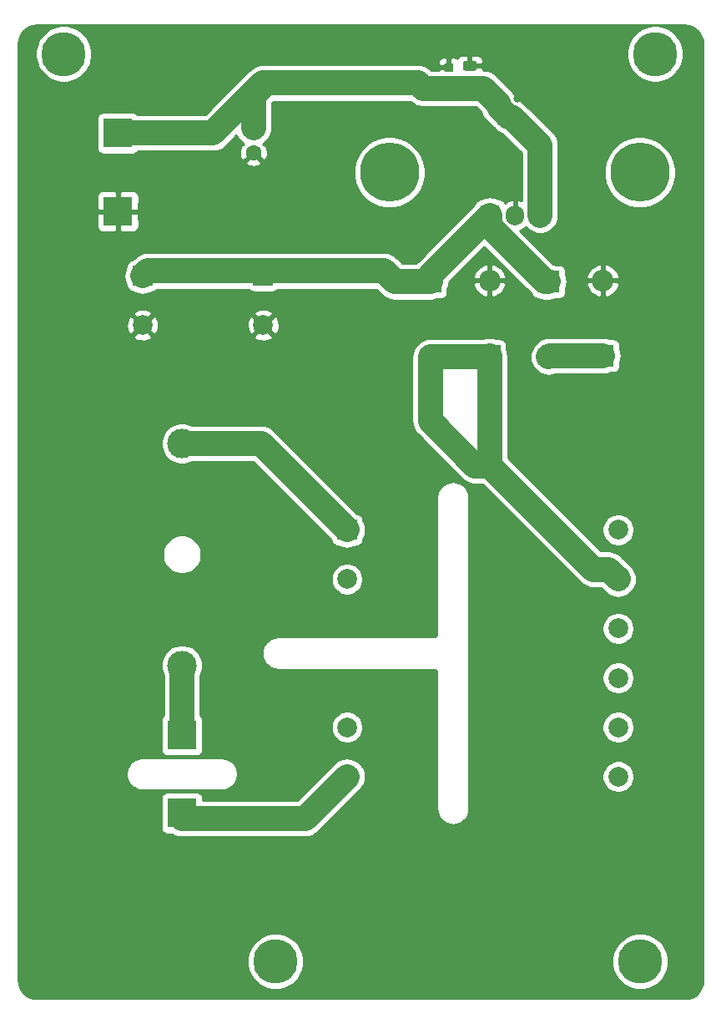
<source format=gtl>
G04 #@! TF.GenerationSoftware,KiCad,Pcbnew,(5.1.5)-3*
G04 #@! TF.CreationDate,2020-04-14T19:53:29+02:00*
G04 #@! TF.ProjectId,5vfrommains,35766672-6f6d-46d6-9169-6e732e6b6963,rev?*
G04 #@! TF.SameCoordinates,Original*
G04 #@! TF.FileFunction,Copper,L1,Top*
G04 #@! TF.FilePolarity,Positive*
%FSLAX46Y46*%
G04 Gerber Fmt 4.6, Leading zero omitted, Abs format (unit mm)*
G04 Created by KiCad (PCBNEW (5.1.5)-3) date 2020-04-14 19:53:29*
%MOMM*%
%LPD*%
G04 APERTURE LIST*
%ADD10R,3.000000X3.000000*%
%ADD11C,1.600000*%
%ADD12R,1.600000X1.600000*%
%ADD13C,6.000000*%
%ADD14C,4.500000*%
%ADD15C,2.000000*%
%ADD16R,2.000000X2.000000*%
%ADD17C,0.100000*%
%ADD18O,1.905000X2.000000*%
%ADD19R,1.905000X2.000000*%
%ADD20C,3.000000*%
%ADD21O,2.200000X2.200000*%
%ADD22R,2.200000X2.200000*%
%ADD23C,0.800000*%
%ADD24C,2.500000*%
%ADD25C,0.254000*%
G04 APERTURE END LIST*
D10*
X184500000Y-63960000D03*
X184500000Y-56040000D03*
X191000000Y-124960000D03*
X191000000Y-117040000D03*
D11*
X198250000Y-58000000D03*
D12*
X198250000Y-55500000D03*
D13*
X212050000Y-60000000D03*
X237450000Y-60000000D03*
D14*
X179000000Y-48000000D03*
X239000000Y-48000000D03*
D15*
X235250000Y-96250000D03*
X235250000Y-101250000D03*
X235250000Y-106250000D03*
X235250000Y-111250000D03*
X235250000Y-116250000D03*
X235250000Y-121250000D03*
X207750000Y-121250000D03*
X207750000Y-116250000D03*
X207750000Y-101250000D03*
D16*
X207750000Y-96250000D03*
G04 #@! TA.AperFunction,SMDPad,CuDef*
D17*
G36*
X220680142Y-48726174D02*
G01*
X220703803Y-48729684D01*
X220727007Y-48735496D01*
X220749529Y-48743554D01*
X220771153Y-48753782D01*
X220791670Y-48766079D01*
X220810883Y-48780329D01*
X220828607Y-48796393D01*
X220844671Y-48814117D01*
X220858921Y-48833330D01*
X220871218Y-48853847D01*
X220881446Y-48875471D01*
X220889504Y-48897993D01*
X220895316Y-48921197D01*
X220898826Y-48944858D01*
X220900000Y-48968750D01*
X220900000Y-49456250D01*
X220898826Y-49480142D01*
X220895316Y-49503803D01*
X220889504Y-49527007D01*
X220881446Y-49549529D01*
X220871218Y-49571153D01*
X220858921Y-49591670D01*
X220844671Y-49610883D01*
X220828607Y-49628607D01*
X220810883Y-49644671D01*
X220791670Y-49658921D01*
X220771153Y-49671218D01*
X220749529Y-49681446D01*
X220727007Y-49689504D01*
X220703803Y-49695316D01*
X220680142Y-49698826D01*
X220656250Y-49700000D01*
X219743750Y-49700000D01*
X219719858Y-49698826D01*
X219696197Y-49695316D01*
X219672993Y-49689504D01*
X219650471Y-49681446D01*
X219628847Y-49671218D01*
X219608330Y-49658921D01*
X219589117Y-49644671D01*
X219571393Y-49628607D01*
X219555329Y-49610883D01*
X219541079Y-49591670D01*
X219528782Y-49571153D01*
X219518554Y-49549529D01*
X219510496Y-49527007D01*
X219504684Y-49503803D01*
X219501174Y-49480142D01*
X219500000Y-49456250D01*
X219500000Y-48968750D01*
X219501174Y-48944858D01*
X219504684Y-48921197D01*
X219510496Y-48897993D01*
X219518554Y-48875471D01*
X219528782Y-48853847D01*
X219541079Y-48833330D01*
X219555329Y-48814117D01*
X219571393Y-48796393D01*
X219589117Y-48780329D01*
X219608330Y-48766079D01*
X219628847Y-48753782D01*
X219650471Y-48743554D01*
X219672993Y-48735496D01*
X219696197Y-48729684D01*
X219719858Y-48726174D01*
X219743750Y-48725000D01*
X220656250Y-48725000D01*
X220680142Y-48726174D01*
G37*
G04 #@! TD.AperFunction*
G04 #@! TA.AperFunction,SMDPad,CuDef*
G36*
X220680142Y-50601174D02*
G01*
X220703803Y-50604684D01*
X220727007Y-50610496D01*
X220749529Y-50618554D01*
X220771153Y-50628782D01*
X220791670Y-50641079D01*
X220810883Y-50655329D01*
X220828607Y-50671393D01*
X220844671Y-50689117D01*
X220858921Y-50708330D01*
X220871218Y-50728847D01*
X220881446Y-50750471D01*
X220889504Y-50772993D01*
X220895316Y-50796197D01*
X220898826Y-50819858D01*
X220900000Y-50843750D01*
X220900000Y-51331250D01*
X220898826Y-51355142D01*
X220895316Y-51378803D01*
X220889504Y-51402007D01*
X220881446Y-51424529D01*
X220871218Y-51446153D01*
X220858921Y-51466670D01*
X220844671Y-51485883D01*
X220828607Y-51503607D01*
X220810883Y-51519671D01*
X220791670Y-51533921D01*
X220771153Y-51546218D01*
X220749529Y-51556446D01*
X220727007Y-51564504D01*
X220703803Y-51570316D01*
X220680142Y-51573826D01*
X220656250Y-51575000D01*
X219743750Y-51575000D01*
X219719858Y-51573826D01*
X219696197Y-51570316D01*
X219672993Y-51564504D01*
X219650471Y-51556446D01*
X219628847Y-51546218D01*
X219608330Y-51533921D01*
X219589117Y-51519671D01*
X219571393Y-51503607D01*
X219555329Y-51485883D01*
X219541079Y-51466670D01*
X219528782Y-51446153D01*
X219518554Y-51424529D01*
X219510496Y-51402007D01*
X219504684Y-51378803D01*
X219501174Y-51355142D01*
X219500000Y-51331250D01*
X219500000Y-50843750D01*
X219501174Y-50819858D01*
X219504684Y-50796197D01*
X219510496Y-50772993D01*
X219518554Y-50750471D01*
X219528782Y-50728847D01*
X219541079Y-50708330D01*
X219555329Y-50689117D01*
X219571393Y-50671393D01*
X219589117Y-50655329D01*
X219608330Y-50641079D01*
X219628847Y-50628782D01*
X219650471Y-50618554D01*
X219672993Y-50610496D01*
X219696197Y-50604684D01*
X219719858Y-50601174D01*
X219743750Y-50600000D01*
X220656250Y-50600000D01*
X220680142Y-50601174D01*
G37*
G04 #@! TD.AperFunction*
D18*
X227330000Y-64350000D03*
X224790000Y-64350000D03*
D19*
X222250000Y-64350000D03*
D14*
X237500000Y-140000000D03*
X200500000Y-140000000D03*
D20*
X191000000Y-110000000D03*
X191000000Y-87500000D03*
D21*
X228200000Y-78720000D03*
D22*
X228200000Y-71100000D03*
D21*
X216200000Y-78720000D03*
D22*
X216200000Y-71100000D03*
D21*
X233700000Y-70980000D03*
D22*
X233700000Y-78600000D03*
D21*
X222200000Y-70980000D03*
D22*
X222200000Y-78600000D03*
G04 #@! TA.AperFunction,SMDPad,CuDef*
D17*
G36*
X218357691Y-48946053D02*
G01*
X218378926Y-48949203D01*
X218399750Y-48954419D01*
X218419962Y-48961651D01*
X218439368Y-48970830D01*
X218457781Y-48981866D01*
X218475024Y-48994654D01*
X218490930Y-49009070D01*
X218505346Y-49024976D01*
X218518134Y-49042219D01*
X218529170Y-49060632D01*
X218538349Y-49080038D01*
X218545581Y-49100250D01*
X218550797Y-49121074D01*
X218553947Y-49142309D01*
X218555000Y-49163750D01*
X218555000Y-49601250D01*
X218553947Y-49622691D01*
X218550797Y-49643926D01*
X218545581Y-49664750D01*
X218538349Y-49684962D01*
X218529170Y-49704368D01*
X218518134Y-49722781D01*
X218505346Y-49740024D01*
X218490930Y-49755930D01*
X218475024Y-49770346D01*
X218457781Y-49783134D01*
X218439368Y-49794170D01*
X218419962Y-49803349D01*
X218399750Y-49810581D01*
X218378926Y-49815797D01*
X218357691Y-49818947D01*
X218336250Y-49820000D01*
X217823750Y-49820000D01*
X217802309Y-49818947D01*
X217781074Y-49815797D01*
X217760250Y-49810581D01*
X217740038Y-49803349D01*
X217720632Y-49794170D01*
X217702219Y-49783134D01*
X217684976Y-49770346D01*
X217669070Y-49755930D01*
X217654654Y-49740024D01*
X217641866Y-49722781D01*
X217630830Y-49704368D01*
X217621651Y-49684962D01*
X217614419Y-49664750D01*
X217609203Y-49643926D01*
X217606053Y-49622691D01*
X217605000Y-49601250D01*
X217605000Y-49163750D01*
X217606053Y-49142309D01*
X217609203Y-49121074D01*
X217614419Y-49100250D01*
X217621651Y-49080038D01*
X217630830Y-49060632D01*
X217641866Y-49042219D01*
X217654654Y-49024976D01*
X217669070Y-49009070D01*
X217684976Y-48994654D01*
X217702219Y-48981866D01*
X217720632Y-48970830D01*
X217740038Y-48961651D01*
X217760250Y-48954419D01*
X217781074Y-48949203D01*
X217802309Y-48946053D01*
X217823750Y-48945000D01*
X218336250Y-48945000D01*
X218357691Y-48946053D01*
G37*
G04 #@! TD.AperFunction*
G04 #@! TA.AperFunction,SMDPad,CuDef*
G36*
X218357691Y-50521053D02*
G01*
X218378926Y-50524203D01*
X218399750Y-50529419D01*
X218419962Y-50536651D01*
X218439368Y-50545830D01*
X218457781Y-50556866D01*
X218475024Y-50569654D01*
X218490930Y-50584070D01*
X218505346Y-50599976D01*
X218518134Y-50617219D01*
X218529170Y-50635632D01*
X218538349Y-50655038D01*
X218545581Y-50675250D01*
X218550797Y-50696074D01*
X218553947Y-50717309D01*
X218555000Y-50738750D01*
X218555000Y-51176250D01*
X218553947Y-51197691D01*
X218550797Y-51218926D01*
X218545581Y-51239750D01*
X218538349Y-51259962D01*
X218529170Y-51279368D01*
X218518134Y-51297781D01*
X218505346Y-51315024D01*
X218490930Y-51330930D01*
X218475024Y-51345346D01*
X218457781Y-51358134D01*
X218439368Y-51369170D01*
X218419962Y-51378349D01*
X218399750Y-51385581D01*
X218378926Y-51390797D01*
X218357691Y-51393947D01*
X218336250Y-51395000D01*
X217823750Y-51395000D01*
X217802309Y-51393947D01*
X217781074Y-51390797D01*
X217760250Y-51385581D01*
X217740038Y-51378349D01*
X217720632Y-51369170D01*
X217702219Y-51358134D01*
X217684976Y-51345346D01*
X217669070Y-51330930D01*
X217654654Y-51315024D01*
X217641866Y-51297781D01*
X217630830Y-51279368D01*
X217621651Y-51259962D01*
X217614419Y-51239750D01*
X217609203Y-51218926D01*
X217606053Y-51197691D01*
X217605000Y-51176250D01*
X217605000Y-50738750D01*
X217606053Y-50717309D01*
X217609203Y-50696074D01*
X217614419Y-50675250D01*
X217621651Y-50655038D01*
X217630830Y-50635632D01*
X217641866Y-50617219D01*
X217654654Y-50599976D01*
X217669070Y-50584070D01*
X217684976Y-50569654D01*
X217702219Y-50556866D01*
X217720632Y-50545830D01*
X217740038Y-50536651D01*
X217760250Y-50529419D01*
X217781074Y-50524203D01*
X217802309Y-50521053D01*
X217823750Y-50520000D01*
X218336250Y-50520000D01*
X218357691Y-50521053D01*
G37*
G04 #@! TD.AperFunction*
D15*
X187000000Y-75500000D03*
D16*
X187000000Y-70500000D03*
D15*
X199250000Y-75500000D03*
D16*
X199250000Y-70500000D03*
D23*
X242500000Y-47500000D03*
X235000000Y-47500000D03*
X227500000Y-47500000D03*
X220000000Y-47500000D03*
X212500000Y-47500000D03*
X205000000Y-47500000D03*
X195000000Y-46250000D03*
X205000000Y-67500000D03*
X195000000Y-82500000D03*
X195000000Y-90000000D03*
X195000000Y-97500000D03*
X195000000Y-105000000D03*
X195000000Y-112500000D03*
X195000000Y-140000000D03*
X205000000Y-142500000D03*
X212500000Y-142500000D03*
X220000000Y-142500000D03*
X227500000Y-142500000D03*
X235000000Y-142500000D03*
X242500000Y-142500000D03*
X242500000Y-135000000D03*
X242500000Y-127500000D03*
X242500000Y-120000000D03*
X242500000Y-112500000D03*
X242500000Y-105000000D03*
X242500000Y-97500000D03*
X242500000Y-90000000D03*
X242500000Y-82500000D03*
X242500000Y-75000000D03*
X240000000Y-67500000D03*
X232500000Y-67500000D03*
X205000000Y-77500000D03*
X205000000Y-80000000D03*
X202500000Y-85000000D03*
X225000000Y-52500000D03*
X232500000Y-52500000D03*
X240000000Y-52500000D03*
X175000000Y-85000000D03*
X175000000Y-75000000D03*
X175000000Y-65000000D03*
X175000000Y-57500000D03*
X175000000Y-50000000D03*
X175000000Y-92500000D03*
X175000000Y-100000000D03*
X175000000Y-110000000D03*
X175000000Y-117500000D03*
X175000000Y-127500000D03*
X175000000Y-137500000D03*
X180000000Y-142500000D03*
X187500000Y-142500000D03*
X185000000Y-135000000D03*
X182500000Y-125000000D03*
X182500000Y-115000000D03*
X182500000Y-105000000D03*
X182500000Y-95000000D03*
X182500000Y-87500000D03*
X218000000Y-48000000D03*
X181000000Y-80000000D03*
X189500000Y-79500000D03*
X202500000Y-62500000D03*
X197500000Y-62500000D03*
X192500000Y-62500000D03*
X192500000Y-58500000D03*
X195000000Y-77500000D03*
X192500000Y-67500000D03*
X207500000Y-72500000D03*
X212500000Y-77500000D03*
X210000000Y-75000000D03*
X188500000Y-46500000D03*
X184500000Y-46500000D03*
X184000000Y-51500000D03*
X191000000Y-51500000D03*
X197500000Y-49000000D03*
D24*
X227330000Y-57267500D02*
X227330000Y-64350000D01*
X224412501Y-54350001D02*
X227330000Y-57267500D01*
X223149999Y-53388001D02*
X224111999Y-54350001D01*
X221562500Y-51500000D02*
X223149999Y-53087499D01*
X224111999Y-54350001D02*
X224412501Y-54350001D01*
X223149999Y-53087499D02*
X223149999Y-53388001D01*
X215500000Y-51500000D02*
X221562500Y-51500000D01*
X214957500Y-50957500D02*
X215500000Y-51500000D01*
X199207500Y-50957500D02*
X214957500Y-50957500D01*
X199207500Y-51242500D02*
X199207500Y-50957500D01*
X198250000Y-52200000D02*
X199207500Y-51242500D01*
X198250000Y-55500000D02*
X198250000Y-52200000D01*
X194165000Y-56000000D02*
X199207500Y-50957500D01*
X184500000Y-56040000D02*
X184540000Y-56000000D01*
X184540000Y-56000000D02*
X194165000Y-56000000D01*
X222200000Y-89614213D02*
X222200000Y-82200000D01*
X222200000Y-82200000D02*
X222200000Y-78600000D01*
X232750001Y-100250001D02*
X222250000Y-89750000D01*
X234250001Y-100250001D02*
X232750001Y-100250001D01*
X235250000Y-101250000D02*
X234250001Y-100250001D01*
X222250000Y-89750000D02*
X222200000Y-89614213D01*
X216200000Y-78720000D02*
X216200000Y-85200000D01*
X220750000Y-89750000D02*
X222250000Y-89750000D01*
X216200000Y-85200000D02*
X220750000Y-89750000D01*
X222080000Y-78720000D02*
X222200000Y-78600000D01*
X216200000Y-78720000D02*
X222080000Y-78720000D01*
X228320000Y-78600000D02*
X228200000Y-78720000D01*
X233700000Y-78600000D02*
X228320000Y-78600000D01*
X203500000Y-125500000D02*
X207750000Y-121250000D01*
X191000000Y-125500000D02*
X203500000Y-125500000D01*
X191000000Y-110000000D02*
X191000000Y-116500000D01*
X199000000Y-87500000D02*
X191000000Y-87500000D01*
X207750000Y-96250000D02*
X199000000Y-87500000D01*
X216200000Y-70400000D02*
X222250000Y-64350000D01*
X216200000Y-71100000D02*
X216200000Y-70400000D01*
X222250000Y-65500000D02*
X222250000Y-64350000D01*
X228200000Y-71100000D02*
X227850000Y-71100000D01*
X227850000Y-71100000D02*
X222250000Y-65500000D01*
X211500000Y-70000000D02*
X187500000Y-70000000D01*
X216200000Y-71100000D02*
X212600000Y-71100000D01*
X187500000Y-70000000D02*
X187000000Y-70500000D01*
X212600000Y-71100000D02*
X211500000Y-70000000D01*
D25*
G36*
X242356775Y-45148147D02*
G01*
X242699967Y-45251763D01*
X243016489Y-45420062D01*
X243294299Y-45646637D01*
X243522806Y-45922856D01*
X243693310Y-46238197D01*
X243799319Y-46580656D01*
X243840000Y-46967712D01*
X243840001Y-141867711D01*
X243801853Y-142256776D01*
X243698238Y-142599964D01*
X243529939Y-142916489D01*
X243303365Y-143194296D01*
X243027146Y-143422805D01*
X242711803Y-143593310D01*
X242369344Y-143699319D01*
X241982288Y-143740000D01*
X176282279Y-143740000D01*
X175893224Y-143701853D01*
X175550036Y-143598238D01*
X175233511Y-143429939D01*
X174955704Y-143203365D01*
X174727195Y-142927146D01*
X174556690Y-142611803D01*
X174450681Y-142269344D01*
X174410000Y-141882288D01*
X174410000Y-139715852D01*
X197615000Y-139715852D01*
X197615000Y-140284148D01*
X197725869Y-140841523D01*
X197943346Y-141366560D01*
X198259074Y-141839080D01*
X198660920Y-142240926D01*
X199133440Y-142556654D01*
X199658477Y-142774131D01*
X200215852Y-142885000D01*
X200784148Y-142885000D01*
X201341523Y-142774131D01*
X201866560Y-142556654D01*
X202339080Y-142240926D01*
X202740926Y-141839080D01*
X203056654Y-141366560D01*
X203274131Y-140841523D01*
X203385000Y-140284148D01*
X203385000Y-139715852D01*
X234615000Y-139715852D01*
X234615000Y-140284148D01*
X234725869Y-140841523D01*
X234943346Y-141366560D01*
X235259074Y-141839080D01*
X235660920Y-142240926D01*
X236133440Y-142556654D01*
X236658477Y-142774131D01*
X237215852Y-142885000D01*
X237784148Y-142885000D01*
X238341523Y-142774131D01*
X238866560Y-142556654D01*
X239339080Y-142240926D01*
X239740926Y-141839080D01*
X240056654Y-141366560D01*
X240274131Y-140841523D01*
X240385000Y-140284148D01*
X240385000Y-139715852D01*
X240274131Y-139158477D01*
X240056654Y-138633440D01*
X239740926Y-138160920D01*
X239339080Y-137759074D01*
X238866560Y-137443346D01*
X238341523Y-137225869D01*
X237784148Y-137115000D01*
X237215852Y-137115000D01*
X236658477Y-137225869D01*
X236133440Y-137443346D01*
X235660920Y-137759074D01*
X235259074Y-138160920D01*
X234943346Y-138633440D01*
X234725869Y-139158477D01*
X234615000Y-139715852D01*
X203385000Y-139715852D01*
X203274131Y-139158477D01*
X203056654Y-138633440D01*
X202740926Y-138160920D01*
X202339080Y-137759074D01*
X201866560Y-137443346D01*
X201341523Y-137225869D01*
X200784148Y-137115000D01*
X200215852Y-137115000D01*
X199658477Y-137225869D01*
X199133440Y-137443346D01*
X198660920Y-137759074D01*
X198259074Y-138160920D01*
X197943346Y-138633440D01*
X197725869Y-139158477D01*
X197615000Y-139715852D01*
X174410000Y-139715852D01*
X174410000Y-123460000D01*
X188861928Y-123460000D01*
X188861928Y-126460000D01*
X188874188Y-126584482D01*
X188910498Y-126704180D01*
X188969463Y-126814494D01*
X189048815Y-126911185D01*
X189145506Y-126990537D01*
X189255820Y-127049502D01*
X189375518Y-127085812D01*
X189500000Y-127098072D01*
X189991029Y-127098072D01*
X190275152Y-127249939D01*
X190630476Y-127357725D01*
X190907403Y-127385000D01*
X203407411Y-127385000D01*
X203500000Y-127394119D01*
X203592589Y-127385000D01*
X203592597Y-127385000D01*
X203869524Y-127357725D01*
X204224848Y-127249939D01*
X204552317Y-127074903D01*
X204839345Y-126839345D01*
X204898374Y-126767418D01*
X209148372Y-122517421D01*
X209324903Y-122302317D01*
X209499938Y-121974849D01*
X209607725Y-121619524D01*
X209644120Y-121250000D01*
X209607725Y-120880476D01*
X209499938Y-120525151D01*
X209324903Y-120197683D01*
X209089345Y-119910655D01*
X208802317Y-119675097D01*
X208474849Y-119500062D01*
X208119524Y-119392275D01*
X207750000Y-119355880D01*
X207380476Y-119392275D01*
X207025151Y-119500062D01*
X206697683Y-119675097D01*
X206482579Y-119851628D01*
X202719208Y-123615000D01*
X193138072Y-123615000D01*
X193138072Y-123460000D01*
X193125812Y-123335518D01*
X193089502Y-123215820D01*
X193030537Y-123105506D01*
X192951185Y-123008815D01*
X192854494Y-122929463D01*
X192744180Y-122870498D01*
X192624482Y-122834188D01*
X192500000Y-122821928D01*
X189500000Y-122821928D01*
X189375518Y-122834188D01*
X189255820Y-122870498D01*
X189145506Y-122929463D01*
X189048815Y-123008815D01*
X188969463Y-123105506D01*
X188910498Y-123215820D01*
X188874188Y-123335518D01*
X188861928Y-123460000D01*
X174410000Y-123460000D01*
X174410000Y-121066801D01*
X185342740Y-121066801D01*
X185343640Y-121075972D01*
X185364041Y-121270069D01*
X185376068Y-121328658D01*
X185387277Y-121387423D01*
X185389941Y-121396245D01*
X185447653Y-121582683D01*
X185470838Y-121637838D01*
X185493242Y-121693291D01*
X185497568Y-121701427D01*
X185590393Y-121873104D01*
X185623846Y-121922699D01*
X185656600Y-121972753D01*
X185662424Y-121979894D01*
X185786828Y-122130272D01*
X185829263Y-122172411D01*
X185871126Y-122215161D01*
X185878227Y-122221034D01*
X186029469Y-122344384D01*
X186079277Y-122377477D01*
X186128651Y-122411284D01*
X186136757Y-122415667D01*
X186309080Y-122507292D01*
X186364392Y-122530090D01*
X186419366Y-122553652D01*
X186428169Y-122556377D01*
X186615006Y-122612786D01*
X186673686Y-122624405D01*
X186732196Y-122636842D01*
X186741361Y-122637805D01*
X186935594Y-122656850D01*
X186935598Y-122656850D01*
X186967581Y-122660000D01*
X195032419Y-122660000D01*
X195065387Y-122656753D01*
X195078367Y-122656753D01*
X195087532Y-122655790D01*
X195281481Y-122634035D01*
X195339966Y-122621603D01*
X195398676Y-122609978D01*
X195407479Y-122607253D01*
X195593509Y-122548240D01*
X195648519Y-122524662D01*
X195703794Y-122501880D01*
X195711900Y-122497497D01*
X195882925Y-122403475D01*
X195932264Y-122369692D01*
X195982106Y-122336577D01*
X195989206Y-122330703D01*
X196138712Y-122205253D01*
X196180557Y-122162523D01*
X196223013Y-122120362D01*
X196228837Y-122113220D01*
X196351128Y-121961121D01*
X196383887Y-121911059D01*
X196417331Y-121861477D01*
X196421657Y-121853340D01*
X196512077Y-121680385D01*
X196534475Y-121624947D01*
X196557669Y-121569772D01*
X196560332Y-121560950D01*
X196615435Y-121373725D01*
X196626633Y-121315017D01*
X196638672Y-121256372D01*
X196639570Y-121247201D01*
X196657259Y-121052839D01*
X196656842Y-120993057D01*
X196657260Y-120933199D01*
X196656360Y-120924028D01*
X196635959Y-120729931D01*
X196623934Y-120671348D01*
X196612723Y-120612577D01*
X196610059Y-120603755D01*
X196552347Y-120417317D01*
X196529162Y-120362162D01*
X196506758Y-120306709D01*
X196502432Y-120298573D01*
X196409607Y-120126896D01*
X196376139Y-120077278D01*
X196343400Y-120027247D01*
X196337576Y-120020106D01*
X196213172Y-119869728D01*
X196170737Y-119827589D01*
X196128874Y-119784839D01*
X196121773Y-119778966D01*
X195970531Y-119655616D01*
X195920738Y-119622534D01*
X195871349Y-119588716D01*
X195863243Y-119584333D01*
X195690921Y-119492708D01*
X195635606Y-119469909D01*
X195580634Y-119446348D01*
X195571831Y-119443623D01*
X195384995Y-119387214D01*
X195326307Y-119375594D01*
X195267804Y-119363158D01*
X195258639Y-119362195D01*
X195064405Y-119343150D01*
X195064402Y-119343150D01*
X195032419Y-119340000D01*
X186967581Y-119340000D01*
X186934613Y-119343247D01*
X186921633Y-119343247D01*
X186912468Y-119344210D01*
X186718518Y-119365965D01*
X186660019Y-119378400D01*
X186601325Y-119390022D01*
X186592522Y-119392747D01*
X186406491Y-119451760D01*
X186351509Y-119475326D01*
X186296206Y-119498120D01*
X186288100Y-119502503D01*
X186117075Y-119596525D01*
X186067752Y-119630298D01*
X186017894Y-119663423D01*
X186010794Y-119669297D01*
X185861288Y-119794747D01*
X185819443Y-119837477D01*
X185776987Y-119879638D01*
X185771163Y-119886780D01*
X185648872Y-120038880D01*
X185616114Y-120088939D01*
X185582669Y-120138523D01*
X185578343Y-120146660D01*
X185487923Y-120319616D01*
X185465535Y-120375028D01*
X185442331Y-120430228D01*
X185439668Y-120439050D01*
X185384565Y-120626276D01*
X185373360Y-120685014D01*
X185361328Y-120743628D01*
X185360429Y-120752800D01*
X185342741Y-120947161D01*
X185343158Y-121006943D01*
X185342740Y-121066801D01*
X174410000Y-121066801D01*
X174410000Y-115540000D01*
X188861928Y-115540000D01*
X188861928Y-118540000D01*
X188874188Y-118664482D01*
X188910498Y-118784180D01*
X188969463Y-118894494D01*
X189048815Y-118991185D01*
X189145506Y-119070537D01*
X189255820Y-119129502D01*
X189375518Y-119165812D01*
X189500000Y-119178072D01*
X192500000Y-119178072D01*
X192624482Y-119165812D01*
X192744180Y-119129502D01*
X192854494Y-119070537D01*
X192951185Y-118991185D01*
X193030537Y-118894494D01*
X193089502Y-118784180D01*
X193125812Y-118664482D01*
X193138072Y-118540000D01*
X193138072Y-116088967D01*
X206115000Y-116088967D01*
X206115000Y-116411033D01*
X206177832Y-116726912D01*
X206301082Y-117024463D01*
X206480013Y-117292252D01*
X206707748Y-117519987D01*
X206975537Y-117698918D01*
X207273088Y-117822168D01*
X207588967Y-117885000D01*
X207911033Y-117885000D01*
X208226912Y-117822168D01*
X208524463Y-117698918D01*
X208792252Y-117519987D01*
X209019987Y-117292252D01*
X209198918Y-117024463D01*
X209322168Y-116726912D01*
X209385000Y-116411033D01*
X209385000Y-116088967D01*
X209322168Y-115773088D01*
X209198918Y-115475537D01*
X209019987Y-115207748D01*
X208792252Y-114980013D01*
X208524463Y-114801082D01*
X208226912Y-114677832D01*
X207911033Y-114615000D01*
X207588967Y-114615000D01*
X207273088Y-114677832D01*
X206975537Y-114801082D01*
X206707748Y-114980013D01*
X206480013Y-115207748D01*
X206301082Y-115475537D01*
X206177832Y-115773088D01*
X206115000Y-116088967D01*
X193138072Y-116088967D01*
X193138072Y-115540000D01*
X193125812Y-115415518D01*
X193089502Y-115295820D01*
X193030537Y-115185506D01*
X192951185Y-115088815D01*
X192885000Y-115034499D01*
X192885000Y-111021796D01*
X192892012Y-111011302D01*
X193052953Y-110622756D01*
X193135000Y-110210279D01*
X193135000Y-109789721D01*
X193052953Y-109377244D01*
X192892012Y-108988698D01*
X192777155Y-108816801D01*
X199092740Y-108816801D01*
X199093640Y-108825972D01*
X199114041Y-109020069D01*
X199126068Y-109078658D01*
X199137277Y-109137423D01*
X199139941Y-109146245D01*
X199197653Y-109332683D01*
X199220838Y-109387838D01*
X199243242Y-109443291D01*
X199247568Y-109451427D01*
X199340393Y-109623104D01*
X199373846Y-109672699D01*
X199406600Y-109722753D01*
X199412424Y-109729894D01*
X199536828Y-109880272D01*
X199579263Y-109922411D01*
X199621126Y-109965161D01*
X199628227Y-109971034D01*
X199779469Y-110094384D01*
X199829277Y-110127477D01*
X199878651Y-110161284D01*
X199886757Y-110165667D01*
X200059080Y-110257292D01*
X200114392Y-110280090D01*
X200169366Y-110303652D01*
X200178169Y-110306377D01*
X200365006Y-110362786D01*
X200423686Y-110374405D01*
X200482196Y-110386842D01*
X200491361Y-110387805D01*
X200685594Y-110406850D01*
X200685598Y-110406850D01*
X200717581Y-110410000D01*
X216467721Y-110410000D01*
X216565424Y-110419580D01*
X216628356Y-110438580D01*
X216686405Y-110469445D01*
X216737343Y-110510989D01*
X216779248Y-110561644D01*
X216810515Y-110619471D01*
X216829956Y-110682272D01*
X216840000Y-110777835D01*
X216840001Y-124532419D01*
X216843247Y-124565377D01*
X216843247Y-124578367D01*
X216844210Y-124587532D01*
X216865965Y-124781481D01*
X216878397Y-124839966D01*
X216890022Y-124898676D01*
X216892747Y-124907479D01*
X216951760Y-125093509D01*
X216975338Y-125148519D01*
X216998120Y-125203794D01*
X217002503Y-125211900D01*
X217096525Y-125382925D01*
X217130308Y-125432264D01*
X217163423Y-125482106D01*
X217169297Y-125489206D01*
X217294747Y-125638712D01*
X217337477Y-125680557D01*
X217379638Y-125723013D01*
X217386780Y-125728837D01*
X217538879Y-125851128D01*
X217588941Y-125883887D01*
X217638523Y-125917331D01*
X217646660Y-125921657D01*
X217646663Y-125921659D01*
X217646667Y-125921660D01*
X217819615Y-126012077D01*
X217875053Y-126034475D01*
X217930228Y-126057669D01*
X217939050Y-126060332D01*
X218126275Y-126115435D01*
X218184983Y-126126633D01*
X218243628Y-126138672D01*
X218252799Y-126139570D01*
X218447161Y-126157259D01*
X218506943Y-126156842D01*
X218566801Y-126157260D01*
X218575972Y-126156360D01*
X218770069Y-126135959D01*
X218828658Y-126123932D01*
X218887423Y-126112723D01*
X218896245Y-126110059D01*
X219082683Y-126052347D01*
X219137838Y-126029162D01*
X219193291Y-126006758D01*
X219201427Y-126002432D01*
X219373104Y-125909607D01*
X219422699Y-125876154D01*
X219472753Y-125843400D01*
X219479894Y-125837576D01*
X219630272Y-125713172D01*
X219672411Y-125670737D01*
X219715161Y-125628874D01*
X219721034Y-125621773D01*
X219844384Y-125470531D01*
X219877477Y-125420723D01*
X219911284Y-125371349D01*
X219915667Y-125363243D01*
X220007292Y-125190920D01*
X220030090Y-125135608D01*
X220053652Y-125080634D01*
X220056377Y-125071831D01*
X220112786Y-124884994D01*
X220124405Y-124826314D01*
X220136842Y-124767804D01*
X220137805Y-124758639D01*
X220156850Y-124564406D01*
X220156850Y-124564402D01*
X220160000Y-124532419D01*
X220160000Y-121088967D01*
X233615000Y-121088967D01*
X233615000Y-121411033D01*
X233677832Y-121726912D01*
X233801082Y-122024463D01*
X233980013Y-122292252D01*
X234207748Y-122519987D01*
X234475537Y-122698918D01*
X234773088Y-122822168D01*
X235088967Y-122885000D01*
X235411033Y-122885000D01*
X235726912Y-122822168D01*
X236024463Y-122698918D01*
X236292252Y-122519987D01*
X236519987Y-122292252D01*
X236698918Y-122024463D01*
X236822168Y-121726912D01*
X236885000Y-121411033D01*
X236885000Y-121088967D01*
X236822168Y-120773088D01*
X236698918Y-120475537D01*
X236519987Y-120207748D01*
X236292252Y-119980013D01*
X236024463Y-119801082D01*
X235726912Y-119677832D01*
X235411033Y-119615000D01*
X235088967Y-119615000D01*
X234773088Y-119677832D01*
X234475537Y-119801082D01*
X234207748Y-119980013D01*
X233980013Y-120207748D01*
X233801082Y-120475537D01*
X233677832Y-120773088D01*
X233615000Y-121088967D01*
X220160000Y-121088967D01*
X220160000Y-116088967D01*
X233615000Y-116088967D01*
X233615000Y-116411033D01*
X233677832Y-116726912D01*
X233801082Y-117024463D01*
X233980013Y-117292252D01*
X234207748Y-117519987D01*
X234475537Y-117698918D01*
X234773088Y-117822168D01*
X235088967Y-117885000D01*
X235411033Y-117885000D01*
X235726912Y-117822168D01*
X236024463Y-117698918D01*
X236292252Y-117519987D01*
X236519987Y-117292252D01*
X236698918Y-117024463D01*
X236822168Y-116726912D01*
X236885000Y-116411033D01*
X236885000Y-116088967D01*
X236822168Y-115773088D01*
X236698918Y-115475537D01*
X236519987Y-115207748D01*
X236292252Y-114980013D01*
X236024463Y-114801082D01*
X235726912Y-114677832D01*
X235411033Y-114615000D01*
X235088967Y-114615000D01*
X234773088Y-114677832D01*
X234475537Y-114801082D01*
X234207748Y-114980013D01*
X233980013Y-115207748D01*
X233801082Y-115475537D01*
X233677832Y-115773088D01*
X233615000Y-116088967D01*
X220160000Y-116088967D01*
X220160000Y-111088967D01*
X233615000Y-111088967D01*
X233615000Y-111411033D01*
X233677832Y-111726912D01*
X233801082Y-112024463D01*
X233980013Y-112292252D01*
X234207748Y-112519987D01*
X234475537Y-112698918D01*
X234773088Y-112822168D01*
X235088967Y-112885000D01*
X235411033Y-112885000D01*
X235726912Y-112822168D01*
X236024463Y-112698918D01*
X236292252Y-112519987D01*
X236519987Y-112292252D01*
X236698918Y-112024463D01*
X236822168Y-111726912D01*
X236885000Y-111411033D01*
X236885000Y-111088967D01*
X236822168Y-110773088D01*
X236698918Y-110475537D01*
X236519987Y-110207748D01*
X236292252Y-109980013D01*
X236024463Y-109801082D01*
X235726912Y-109677832D01*
X235411033Y-109615000D01*
X235088967Y-109615000D01*
X234773088Y-109677832D01*
X234475537Y-109801082D01*
X234207748Y-109980013D01*
X233980013Y-110207748D01*
X233801082Y-110475537D01*
X233677832Y-110773088D01*
X233615000Y-111088967D01*
X220160000Y-111088967D01*
X220160000Y-106088967D01*
X233615000Y-106088967D01*
X233615000Y-106411033D01*
X233677832Y-106726912D01*
X233801082Y-107024463D01*
X233980013Y-107292252D01*
X234207748Y-107519987D01*
X234475537Y-107698918D01*
X234773088Y-107822168D01*
X235088967Y-107885000D01*
X235411033Y-107885000D01*
X235726912Y-107822168D01*
X236024463Y-107698918D01*
X236292252Y-107519987D01*
X236519987Y-107292252D01*
X236698918Y-107024463D01*
X236822168Y-106726912D01*
X236885000Y-106411033D01*
X236885000Y-106088967D01*
X236822168Y-105773088D01*
X236698918Y-105475537D01*
X236519987Y-105207748D01*
X236292252Y-104980013D01*
X236024463Y-104801082D01*
X235726912Y-104677832D01*
X235411033Y-104615000D01*
X235088967Y-104615000D01*
X234773088Y-104677832D01*
X234475537Y-104801082D01*
X234207748Y-104980013D01*
X233980013Y-105207748D01*
X233801082Y-105475537D01*
X233677832Y-105773088D01*
X233615000Y-106088967D01*
X220160000Y-106088967D01*
X220160000Y-92967581D01*
X220156753Y-92934613D01*
X220156753Y-92921633D01*
X220155790Y-92912468D01*
X220134035Y-92718518D01*
X220121600Y-92660019D01*
X220109978Y-92601325D01*
X220107253Y-92592522D01*
X220048240Y-92406491D01*
X220024674Y-92351509D01*
X220001880Y-92296206D01*
X219997497Y-92288100D01*
X219903475Y-92117075D01*
X219869702Y-92067752D01*
X219836577Y-92017894D01*
X219830703Y-92010794D01*
X219705253Y-91861288D01*
X219662523Y-91819443D01*
X219620362Y-91776987D01*
X219613220Y-91771163D01*
X219461120Y-91648872D01*
X219411061Y-91616114D01*
X219361477Y-91582669D01*
X219353340Y-91578343D01*
X219353337Y-91578341D01*
X219353333Y-91578340D01*
X219180384Y-91487923D01*
X219124972Y-91465535D01*
X219069772Y-91442331D01*
X219060950Y-91439668D01*
X218873724Y-91384565D01*
X218814986Y-91373360D01*
X218756372Y-91361328D01*
X218747200Y-91360429D01*
X218552839Y-91342741D01*
X218493057Y-91343158D01*
X218433199Y-91342740D01*
X218424028Y-91343640D01*
X218229931Y-91364041D01*
X218171348Y-91376066D01*
X218112577Y-91387277D01*
X218103755Y-91389941D01*
X217917317Y-91447653D01*
X217862162Y-91470838D01*
X217806709Y-91493242D01*
X217798573Y-91497568D01*
X217626896Y-91590393D01*
X217577278Y-91623861D01*
X217527247Y-91656600D01*
X217520106Y-91662424D01*
X217369728Y-91786828D01*
X217327589Y-91829263D01*
X217284839Y-91871126D01*
X217278966Y-91878227D01*
X217155616Y-92029469D01*
X217122534Y-92079262D01*
X217088716Y-92128651D01*
X217084333Y-92136757D01*
X216992708Y-92309079D01*
X216969909Y-92364394D01*
X216946348Y-92419366D01*
X216943623Y-92428169D01*
X216887214Y-92615005D01*
X216875594Y-92673693D01*
X216863158Y-92732196D01*
X216862195Y-92741361D01*
X216843150Y-92935595D01*
X216843150Y-92935608D01*
X216840001Y-92967581D01*
X216840000Y-106717721D01*
X216830420Y-106815424D01*
X216811420Y-106878357D01*
X216780554Y-106936406D01*
X216739011Y-106987343D01*
X216688356Y-107029248D01*
X216630529Y-107060515D01*
X216567728Y-107079956D01*
X216472165Y-107090000D01*
X200717581Y-107090000D01*
X200684613Y-107093247D01*
X200671633Y-107093247D01*
X200662468Y-107094210D01*
X200468518Y-107115965D01*
X200410019Y-107128400D01*
X200351325Y-107140022D01*
X200342522Y-107142747D01*
X200156491Y-107201760D01*
X200101509Y-107225326D01*
X200046206Y-107248120D01*
X200038100Y-107252503D01*
X199867075Y-107346525D01*
X199817752Y-107380298D01*
X199767894Y-107413423D01*
X199760794Y-107419297D01*
X199611288Y-107544747D01*
X199569443Y-107587477D01*
X199526987Y-107629638D01*
X199521163Y-107636780D01*
X199398872Y-107788880D01*
X199366114Y-107838939D01*
X199332669Y-107888523D01*
X199328343Y-107896660D01*
X199237923Y-108069616D01*
X199215535Y-108125028D01*
X199192331Y-108180228D01*
X199189668Y-108189050D01*
X199134565Y-108376276D01*
X199123360Y-108435014D01*
X199111328Y-108493628D01*
X199110429Y-108502800D01*
X199092741Y-108697161D01*
X199093158Y-108756943D01*
X199092740Y-108816801D01*
X192777155Y-108816801D01*
X192658363Y-108639017D01*
X192360983Y-108341637D01*
X192011302Y-108107988D01*
X191622756Y-107947047D01*
X191210279Y-107865000D01*
X190789721Y-107865000D01*
X190377244Y-107947047D01*
X189988698Y-108107988D01*
X189639017Y-108341637D01*
X189341637Y-108639017D01*
X189107988Y-108988698D01*
X188947047Y-109377244D01*
X188865000Y-109789721D01*
X188865000Y-110210279D01*
X188947047Y-110622756D01*
X189107988Y-111011302D01*
X189115000Y-111021796D01*
X189115001Y-115034498D01*
X189048815Y-115088815D01*
X188969463Y-115185506D01*
X188910498Y-115295820D01*
X188874188Y-115415518D01*
X188861928Y-115540000D01*
X174410000Y-115540000D01*
X174410000Y-101088967D01*
X206115000Y-101088967D01*
X206115000Y-101411033D01*
X206177832Y-101726912D01*
X206301082Y-102024463D01*
X206480013Y-102292252D01*
X206707748Y-102519987D01*
X206975537Y-102698918D01*
X207273088Y-102822168D01*
X207588967Y-102885000D01*
X207911033Y-102885000D01*
X208226912Y-102822168D01*
X208524463Y-102698918D01*
X208792252Y-102519987D01*
X209019987Y-102292252D01*
X209198918Y-102024463D01*
X209322168Y-101726912D01*
X209385000Y-101411033D01*
X209385000Y-101088967D01*
X209322168Y-100773088D01*
X209198918Y-100475537D01*
X209019987Y-100207748D01*
X208792252Y-99980013D01*
X208524463Y-99801082D01*
X208226912Y-99677832D01*
X207911033Y-99615000D01*
X207588967Y-99615000D01*
X207273088Y-99677832D01*
X206975537Y-99801082D01*
X206707748Y-99980013D01*
X206480013Y-100207748D01*
X206301082Y-100475537D01*
X206177832Y-100773088D01*
X206115000Y-101088967D01*
X174410000Y-101088967D01*
X174410000Y-98554495D01*
X189015000Y-98554495D01*
X189015000Y-98945505D01*
X189091282Y-99329003D01*
X189240915Y-99690250D01*
X189458149Y-100015364D01*
X189734636Y-100291851D01*
X190059750Y-100509085D01*
X190420997Y-100658718D01*
X190804495Y-100735000D01*
X191195505Y-100735000D01*
X191579003Y-100658718D01*
X191940250Y-100509085D01*
X192265364Y-100291851D01*
X192541851Y-100015364D01*
X192759085Y-99690250D01*
X192908718Y-99329003D01*
X192985000Y-98945505D01*
X192985000Y-98554495D01*
X192908718Y-98170997D01*
X192759085Y-97809750D01*
X192541851Y-97484636D01*
X192265364Y-97208149D01*
X191940250Y-96990915D01*
X191579003Y-96841282D01*
X191195505Y-96765000D01*
X190804495Y-96765000D01*
X190420997Y-96841282D01*
X190059750Y-96990915D01*
X189734636Y-97208149D01*
X189458149Y-97484636D01*
X189240915Y-97809750D01*
X189091282Y-98170997D01*
X189015000Y-98554495D01*
X174410000Y-98554495D01*
X174410000Y-87289721D01*
X188865000Y-87289721D01*
X188865000Y-87710279D01*
X188947047Y-88122756D01*
X189107988Y-88511302D01*
X189341637Y-88860983D01*
X189639017Y-89158363D01*
X189988698Y-89392012D01*
X190377244Y-89552953D01*
X190789721Y-89635000D01*
X191210279Y-89635000D01*
X191622756Y-89552953D01*
X192011302Y-89392012D01*
X192021796Y-89385000D01*
X198219208Y-89385000D01*
X206114956Y-97280749D01*
X206124188Y-97374482D01*
X206160498Y-97494180D01*
X206219463Y-97604494D01*
X206298815Y-97701185D01*
X206395506Y-97780537D01*
X206505820Y-97839502D01*
X206625518Y-97875812D01*
X206750000Y-97888072D01*
X206815864Y-97888072D01*
X207025151Y-97999938D01*
X207380476Y-98107725D01*
X207750000Y-98144120D01*
X208119524Y-98107725D01*
X208474849Y-97999938D01*
X208684136Y-97888072D01*
X208750000Y-97888072D01*
X208874482Y-97875812D01*
X208994180Y-97839502D01*
X209104494Y-97780537D01*
X209201185Y-97701185D01*
X209280537Y-97604494D01*
X209339502Y-97494180D01*
X209375812Y-97374482D01*
X209388072Y-97250000D01*
X209388072Y-97184136D01*
X209499938Y-96974849D01*
X209607725Y-96619524D01*
X209644120Y-96250000D01*
X209607725Y-95880476D01*
X209499938Y-95525151D01*
X209388072Y-95315864D01*
X209388072Y-95250000D01*
X209375812Y-95125518D01*
X209339502Y-95005820D01*
X209280537Y-94895506D01*
X209201185Y-94798815D01*
X209104494Y-94719463D01*
X208994180Y-94660498D01*
X208874482Y-94624188D01*
X208780749Y-94614956D01*
X200398374Y-86232582D01*
X200339345Y-86160655D01*
X200052317Y-85925097D01*
X199724848Y-85750061D01*
X199369524Y-85642275D01*
X199092597Y-85615000D01*
X199092589Y-85615000D01*
X199000000Y-85605881D01*
X198907411Y-85615000D01*
X192021796Y-85615000D01*
X192011302Y-85607988D01*
X191622756Y-85447047D01*
X191210279Y-85365000D01*
X190789721Y-85365000D01*
X190377244Y-85447047D01*
X189988698Y-85607988D01*
X189639017Y-85841637D01*
X189341637Y-86139017D01*
X189107988Y-86488698D01*
X188947047Y-86877244D01*
X188865000Y-87289721D01*
X174410000Y-87289721D01*
X174410000Y-78720000D01*
X214305880Y-78720000D01*
X214315000Y-78812597D01*
X214315001Y-85107401D01*
X214305881Y-85200000D01*
X214342275Y-85569524D01*
X214450062Y-85924848D01*
X214625098Y-86252317D01*
X214801628Y-86467420D01*
X214801631Y-86467423D01*
X214860656Y-86539345D01*
X214932577Y-86598369D01*
X219351630Y-91017423D01*
X219410655Y-91089345D01*
X219482577Y-91148370D01*
X219482579Y-91148372D01*
X219697683Y-91324903D01*
X220025152Y-91499939D01*
X220327032Y-91591513D01*
X220380476Y-91607725D01*
X220750000Y-91644120D01*
X220842597Y-91635000D01*
X221469208Y-91635000D01*
X231351631Y-101517424D01*
X231410656Y-101589346D01*
X231482578Y-101648371D01*
X231482580Y-101648373D01*
X231548980Y-101702865D01*
X231697684Y-101824904D01*
X232025153Y-101999940D01*
X232380477Y-102107726D01*
X232657404Y-102135001D01*
X232657412Y-102135001D01*
X232750001Y-102144120D01*
X232842590Y-102135001D01*
X233469209Y-102135001D01*
X233982580Y-102648372D01*
X234197683Y-102824902D01*
X234525151Y-102999938D01*
X234880475Y-103107724D01*
X235249999Y-103144119D01*
X235619523Y-103107724D01*
X235974848Y-102999938D01*
X236302316Y-102824902D01*
X236589344Y-102589344D01*
X236824902Y-102302316D01*
X236999938Y-101974848D01*
X237107724Y-101619523D01*
X237144119Y-101249999D01*
X237107724Y-100880475D01*
X236999938Y-100525151D01*
X236824902Y-100197683D01*
X236648372Y-99982580D01*
X235648375Y-98982583D01*
X235589346Y-98910656D01*
X235302318Y-98675098D01*
X234974849Y-98500062D01*
X234619525Y-98392276D01*
X234342598Y-98365001D01*
X234342590Y-98365001D01*
X234250001Y-98355882D01*
X234157412Y-98365001D01*
X233530794Y-98365001D01*
X231254760Y-96088967D01*
X233615000Y-96088967D01*
X233615000Y-96411033D01*
X233677832Y-96726912D01*
X233801082Y-97024463D01*
X233980013Y-97292252D01*
X234207748Y-97519987D01*
X234475537Y-97698918D01*
X234773088Y-97822168D01*
X235088967Y-97885000D01*
X235411033Y-97885000D01*
X235726912Y-97822168D01*
X236024463Y-97698918D01*
X236292252Y-97519987D01*
X236519987Y-97292252D01*
X236698918Y-97024463D01*
X236822168Y-96726912D01*
X236885000Y-96411033D01*
X236885000Y-96088967D01*
X236822168Y-95773088D01*
X236698918Y-95475537D01*
X236519987Y-95207748D01*
X236292252Y-94980013D01*
X236024463Y-94801082D01*
X235726912Y-94677832D01*
X235411033Y-94615000D01*
X235088967Y-94615000D01*
X234773088Y-94677832D01*
X234475537Y-94801082D01*
X234207748Y-94980013D01*
X233980013Y-95207748D01*
X233801082Y-95475537D01*
X233677832Y-95773088D01*
X233615000Y-96088967D01*
X231254760Y-96088967D01*
X224085000Y-88919208D01*
X224085000Y-78720000D01*
X226305881Y-78720000D01*
X226342275Y-79089524D01*
X226450062Y-79444848D01*
X226625098Y-79772317D01*
X226860655Y-80059345D01*
X227147683Y-80294902D01*
X227475152Y-80469938D01*
X227830476Y-80577725D01*
X228200000Y-80614119D01*
X228569524Y-80577725D01*
X228875196Y-80485000D01*
X233792597Y-80485000D01*
X234069524Y-80457725D01*
X234424848Y-80349939D01*
X234447050Y-80338072D01*
X234800000Y-80338072D01*
X234924482Y-80325812D01*
X235044180Y-80289502D01*
X235154494Y-80230537D01*
X235251185Y-80151185D01*
X235330537Y-80054494D01*
X235389502Y-79944180D01*
X235425812Y-79824482D01*
X235438072Y-79700000D01*
X235438072Y-79347050D01*
X235449939Y-79324848D01*
X235557725Y-78969524D01*
X235594120Y-78600000D01*
X235557725Y-78230476D01*
X235449939Y-77875152D01*
X235438072Y-77852950D01*
X235438072Y-77500000D01*
X235425812Y-77375518D01*
X235389502Y-77255820D01*
X235330537Y-77145506D01*
X235251185Y-77048815D01*
X235154494Y-76969463D01*
X235044180Y-76910498D01*
X234924482Y-76874188D01*
X234800000Y-76861928D01*
X234447050Y-76861928D01*
X234424848Y-76850061D01*
X234069524Y-76742275D01*
X233792597Y-76715000D01*
X228412597Y-76715000D01*
X228320000Y-76705880D01*
X228227403Y-76715000D01*
X227950476Y-76742275D01*
X227595152Y-76850061D01*
X227267683Y-77025097D01*
X226980655Y-77260655D01*
X226921626Y-77332582D01*
X226801628Y-77452580D01*
X226625098Y-77667683D01*
X226450062Y-77995152D01*
X226342275Y-78350476D01*
X226305881Y-78720000D01*
X224085000Y-78720000D01*
X224085000Y-78692597D01*
X224094120Y-78600000D01*
X224057725Y-78230476D01*
X223949939Y-77875152D01*
X223938072Y-77852950D01*
X223938072Y-77500000D01*
X223925812Y-77375518D01*
X223889502Y-77255820D01*
X223830537Y-77145506D01*
X223751185Y-77048815D01*
X223654494Y-76969463D01*
X223544180Y-76910498D01*
X223424482Y-76874188D01*
X223300000Y-76861928D01*
X222947050Y-76861928D01*
X222924848Y-76850061D01*
X222569524Y-76742275D01*
X222200000Y-76705880D01*
X221830477Y-76742275D01*
X221524803Y-76835000D01*
X216292597Y-76835000D01*
X216200000Y-76825880D01*
X216107403Y-76835000D01*
X215830476Y-76862275D01*
X215475152Y-76970061D01*
X215147683Y-77145097D01*
X214860655Y-77380655D01*
X214625097Y-77667683D01*
X214450061Y-77995152D01*
X214342275Y-78350476D01*
X214305880Y-78720000D01*
X174410000Y-78720000D01*
X174410000Y-76635413D01*
X186044192Y-76635413D01*
X186139956Y-76899814D01*
X186429571Y-77040704D01*
X186741108Y-77122384D01*
X187062595Y-77141718D01*
X187381675Y-77097961D01*
X187686088Y-76992795D01*
X187860044Y-76899814D01*
X187955808Y-76635413D01*
X198294192Y-76635413D01*
X198389956Y-76899814D01*
X198679571Y-77040704D01*
X198991108Y-77122384D01*
X199312595Y-77141718D01*
X199631675Y-77097961D01*
X199936088Y-76992795D01*
X200110044Y-76899814D01*
X200205808Y-76635413D01*
X199250000Y-75679605D01*
X198294192Y-76635413D01*
X187955808Y-76635413D01*
X187000000Y-75679605D01*
X186044192Y-76635413D01*
X174410000Y-76635413D01*
X174410000Y-75562595D01*
X185358282Y-75562595D01*
X185402039Y-75881675D01*
X185507205Y-76186088D01*
X185600186Y-76360044D01*
X185864587Y-76455808D01*
X186820395Y-75500000D01*
X187179605Y-75500000D01*
X188135413Y-76455808D01*
X188399814Y-76360044D01*
X188540704Y-76070429D01*
X188622384Y-75758892D01*
X188634189Y-75562595D01*
X197608282Y-75562595D01*
X197652039Y-75881675D01*
X197757205Y-76186088D01*
X197850186Y-76360044D01*
X198114587Y-76455808D01*
X199070395Y-75500000D01*
X199429605Y-75500000D01*
X200385413Y-76455808D01*
X200649814Y-76360044D01*
X200790704Y-76070429D01*
X200872384Y-75758892D01*
X200891718Y-75437405D01*
X200847961Y-75118325D01*
X200742795Y-74813912D01*
X200649814Y-74639956D01*
X200385413Y-74544192D01*
X199429605Y-75500000D01*
X199070395Y-75500000D01*
X198114587Y-74544192D01*
X197850186Y-74639956D01*
X197709296Y-74929571D01*
X197627616Y-75241108D01*
X197608282Y-75562595D01*
X188634189Y-75562595D01*
X188641718Y-75437405D01*
X188597961Y-75118325D01*
X188492795Y-74813912D01*
X188399814Y-74639956D01*
X188135413Y-74544192D01*
X187179605Y-75500000D01*
X186820395Y-75500000D01*
X185864587Y-74544192D01*
X185600186Y-74639956D01*
X185459296Y-74929571D01*
X185377616Y-75241108D01*
X185358282Y-75562595D01*
X174410000Y-75562595D01*
X174410000Y-74364587D01*
X186044192Y-74364587D01*
X187000000Y-75320395D01*
X187955808Y-74364587D01*
X198294192Y-74364587D01*
X199250000Y-75320395D01*
X200205808Y-74364587D01*
X200110044Y-74100186D01*
X199820429Y-73959296D01*
X199508892Y-73877616D01*
X199187405Y-73858282D01*
X198868325Y-73902039D01*
X198563912Y-74007205D01*
X198389956Y-74100186D01*
X198294192Y-74364587D01*
X187955808Y-74364587D01*
X187860044Y-74100186D01*
X187570429Y-73959296D01*
X187258892Y-73877616D01*
X186937405Y-73858282D01*
X186618325Y-73902039D01*
X186313912Y-74007205D01*
X186139956Y-74100186D01*
X186044192Y-74364587D01*
X174410000Y-74364587D01*
X174410000Y-65460000D01*
X182361928Y-65460000D01*
X182374188Y-65584482D01*
X182410498Y-65704180D01*
X182469463Y-65814494D01*
X182548815Y-65911185D01*
X182645506Y-65990537D01*
X182755820Y-66049502D01*
X182875518Y-66085812D01*
X183000000Y-66098072D01*
X184214250Y-66095000D01*
X184373000Y-65936250D01*
X184373000Y-64087000D01*
X184627000Y-64087000D01*
X184627000Y-65936250D01*
X184785750Y-66095000D01*
X186000000Y-66098072D01*
X186124482Y-66085812D01*
X186244180Y-66049502D01*
X186354494Y-65990537D01*
X186451185Y-65911185D01*
X186530537Y-65814494D01*
X186589502Y-65704180D01*
X186625812Y-65584482D01*
X186638072Y-65460000D01*
X186635000Y-64245750D01*
X186476250Y-64087000D01*
X184627000Y-64087000D01*
X184373000Y-64087000D01*
X182523750Y-64087000D01*
X182365000Y-64245750D01*
X182361928Y-65460000D01*
X174410000Y-65460000D01*
X174410000Y-62460000D01*
X182361928Y-62460000D01*
X182365000Y-63674250D01*
X182523750Y-63833000D01*
X184373000Y-63833000D01*
X184373000Y-61983750D01*
X184627000Y-61983750D01*
X184627000Y-63833000D01*
X186476250Y-63833000D01*
X186635000Y-63674250D01*
X186638072Y-62460000D01*
X186625812Y-62335518D01*
X186589502Y-62215820D01*
X186530537Y-62105506D01*
X186451185Y-62008815D01*
X186354494Y-61929463D01*
X186244180Y-61870498D01*
X186124482Y-61834188D01*
X186000000Y-61821928D01*
X184785750Y-61825000D01*
X184627000Y-61983750D01*
X184373000Y-61983750D01*
X184214250Y-61825000D01*
X183000000Y-61821928D01*
X182875518Y-61834188D01*
X182755820Y-61870498D01*
X182645506Y-61929463D01*
X182548815Y-62008815D01*
X182469463Y-62105506D01*
X182410498Y-62215820D01*
X182374188Y-62335518D01*
X182361928Y-62460000D01*
X174410000Y-62460000D01*
X174410000Y-59641984D01*
X208415000Y-59641984D01*
X208415000Y-60358016D01*
X208554691Y-61060290D01*
X208828705Y-61721818D01*
X209226511Y-62317177D01*
X209732823Y-62823489D01*
X210328182Y-63221295D01*
X210989710Y-63495309D01*
X211691984Y-63635000D01*
X212408016Y-63635000D01*
X213110290Y-63495309D01*
X213771818Y-63221295D01*
X214367177Y-62823489D01*
X214873489Y-62317177D01*
X215271295Y-61721818D01*
X215545309Y-61060290D01*
X215685000Y-60358016D01*
X215685000Y-59641984D01*
X215545309Y-58939710D01*
X215271295Y-58278182D01*
X214873489Y-57682823D01*
X214367177Y-57176511D01*
X213771818Y-56778705D01*
X213110290Y-56504691D01*
X212408016Y-56365000D01*
X211691984Y-56365000D01*
X210989710Y-56504691D01*
X210328182Y-56778705D01*
X209732823Y-57176511D01*
X209226511Y-57682823D01*
X208828705Y-58278182D01*
X208554691Y-58939710D01*
X208415000Y-59641984D01*
X174410000Y-59641984D01*
X174410000Y-58992702D01*
X197436903Y-58992702D01*
X197508486Y-59236671D01*
X197763996Y-59357571D01*
X198038184Y-59426300D01*
X198320512Y-59440217D01*
X198600130Y-59398787D01*
X198866292Y-59303603D01*
X198991514Y-59236671D01*
X199063097Y-58992702D01*
X198250000Y-58179605D01*
X197436903Y-58992702D01*
X174410000Y-58992702D01*
X174410000Y-54540000D01*
X182361928Y-54540000D01*
X182361928Y-57540000D01*
X182374188Y-57664482D01*
X182410498Y-57784180D01*
X182469463Y-57894494D01*
X182548815Y-57991185D01*
X182645506Y-58070537D01*
X182755820Y-58129502D01*
X182875518Y-58165812D01*
X183000000Y-58178072D01*
X186000000Y-58178072D01*
X186124482Y-58165812D01*
X186244180Y-58129502D01*
X186354494Y-58070537D01*
X186451185Y-57991185D01*
X186530537Y-57894494D01*
X186535612Y-57885000D01*
X194072411Y-57885000D01*
X194165000Y-57894119D01*
X194257589Y-57885000D01*
X194257597Y-57885000D01*
X194534524Y-57857725D01*
X194889848Y-57749939D01*
X195217317Y-57574903D01*
X195504345Y-57339345D01*
X195563374Y-57267418D01*
X196536943Y-56293849D01*
X196675097Y-56552317D01*
X196910655Y-56839345D01*
X197164216Y-57047437D01*
X197141023Y-57070630D01*
X197257296Y-57186903D01*
X197013329Y-57258486D01*
X196892429Y-57513996D01*
X196823700Y-57788184D01*
X196809783Y-58070512D01*
X196851213Y-58350130D01*
X196946397Y-58616292D01*
X197013329Y-58741514D01*
X197257298Y-58813097D01*
X198070395Y-58000000D01*
X198056253Y-57985858D01*
X198235858Y-57806253D01*
X198250000Y-57820395D01*
X198264143Y-57806253D01*
X198443748Y-57985858D01*
X198429605Y-58000000D01*
X199242702Y-58813097D01*
X199486671Y-58741514D01*
X199607571Y-58486004D01*
X199676300Y-58211816D01*
X199690217Y-57929488D01*
X199648787Y-57649870D01*
X199553603Y-57383708D01*
X199486671Y-57258486D01*
X199242704Y-57186903D01*
X199358977Y-57070630D01*
X199335784Y-57047437D01*
X199589345Y-56839345D01*
X199824903Y-56552317D01*
X199999939Y-56224848D01*
X200107725Y-55869524D01*
X200135000Y-55592597D01*
X200135000Y-52980791D01*
X200273291Y-52842500D01*
X214164499Y-52842500D01*
X214447683Y-53074903D01*
X214775152Y-53249939D01*
X215047776Y-53332638D01*
X215130475Y-53357725D01*
X215162662Y-53360895D01*
X215407403Y-53385000D01*
X215407411Y-53385000D01*
X215500000Y-53394119D01*
X215592589Y-53385000D01*
X220781708Y-53385000D01*
X221352382Y-53955674D01*
X221400060Y-54112849D01*
X221575096Y-54440318D01*
X221810654Y-54727346D01*
X221882582Y-54786376D01*
X222713621Y-55617414D01*
X222772654Y-55689346D01*
X223059682Y-55924904D01*
X223387151Y-56099940D01*
X223544326Y-56147618D01*
X225445000Y-58048293D01*
X225445001Y-62863700D01*
X225381094Y-62830429D01*
X225162980Y-62759437D01*
X224917000Y-62879406D01*
X224917000Y-64223000D01*
X224937000Y-64223000D01*
X224937000Y-64477000D01*
X224917000Y-64477000D01*
X224917000Y-64497000D01*
X224663000Y-64497000D01*
X224663000Y-64477000D01*
X224643000Y-64477000D01*
X224643000Y-64223000D01*
X224663000Y-64223000D01*
X224663000Y-62879406D01*
X224417020Y-62759437D01*
X224198906Y-62830429D01*
X223923077Y-62974031D01*
X223782059Y-63087219D01*
X223733037Y-62995506D01*
X223653685Y-62898815D01*
X223556994Y-62819463D01*
X223446680Y-62760498D01*
X223326982Y-62724188D01*
X223202500Y-62711928D01*
X223184136Y-62711928D01*
X222974848Y-62600061D01*
X222619524Y-62492275D01*
X222250000Y-62455880D01*
X221946739Y-62485749D01*
X221880475Y-62492275D01*
X221664903Y-62557668D01*
X221525153Y-62600061D01*
X221525151Y-62600062D01*
X221315865Y-62711928D01*
X221297500Y-62711928D01*
X221173018Y-62724188D01*
X221053320Y-62760498D01*
X220943006Y-62819463D01*
X220846315Y-62898815D01*
X220766963Y-62995506D01*
X220707998Y-63105820D01*
X220671688Y-63225518D01*
X220667646Y-63266561D01*
X214932577Y-69001631D01*
X214860656Y-69060655D01*
X214733988Y-69215000D01*
X213380792Y-69215000D01*
X212898374Y-68732582D01*
X212839345Y-68660655D01*
X212552317Y-68425097D01*
X212224848Y-68250061D01*
X211869524Y-68142275D01*
X211592597Y-68115000D01*
X211592589Y-68115000D01*
X211500000Y-68105881D01*
X211407411Y-68115000D01*
X187592597Y-68115000D01*
X187500000Y-68105880D01*
X187407403Y-68115000D01*
X187130476Y-68142275D01*
X186775152Y-68250061D01*
X186447683Y-68425097D01*
X186160655Y-68660655D01*
X186101626Y-68732582D01*
X185969252Y-68864956D01*
X185875518Y-68874188D01*
X185755820Y-68910498D01*
X185645506Y-68969463D01*
X185548815Y-69048815D01*
X185469463Y-69145506D01*
X185410498Y-69255820D01*
X185374188Y-69375518D01*
X185361928Y-69500000D01*
X185361928Y-69565866D01*
X185250062Y-69775152D01*
X185142275Y-70130476D01*
X185105881Y-70500000D01*
X185142275Y-70869524D01*
X185250062Y-71224848D01*
X185361928Y-71434134D01*
X185361928Y-71500000D01*
X185374188Y-71624482D01*
X185410498Y-71744180D01*
X185469463Y-71854494D01*
X185548815Y-71951185D01*
X185645506Y-72030537D01*
X185755820Y-72089502D01*
X185875518Y-72125812D01*
X186000000Y-72138072D01*
X186065866Y-72138072D01*
X186275152Y-72249938D01*
X186630476Y-72357725D01*
X187000000Y-72394119D01*
X187369524Y-72357725D01*
X187724848Y-72249938D01*
X187934134Y-72138072D01*
X188000000Y-72138072D01*
X188124482Y-72125812D01*
X188244180Y-72089502D01*
X188354494Y-72030537D01*
X188451185Y-71951185D01*
X188505501Y-71885000D01*
X197744499Y-71885000D01*
X197798815Y-71951185D01*
X197895506Y-72030537D01*
X198005820Y-72089502D01*
X198125518Y-72125812D01*
X198250000Y-72138072D01*
X200250000Y-72138072D01*
X200374482Y-72125812D01*
X200494180Y-72089502D01*
X200604494Y-72030537D01*
X200701185Y-71951185D01*
X200755501Y-71885000D01*
X210719208Y-71885000D01*
X211201626Y-72367418D01*
X211260655Y-72439345D01*
X211547683Y-72674903D01*
X211875152Y-72849939D01*
X212122689Y-72925028D01*
X212230475Y-72957725D01*
X212262662Y-72960895D01*
X212507403Y-72985000D01*
X212507411Y-72985000D01*
X212600000Y-72994119D01*
X212692589Y-72985000D01*
X216107403Y-72985000D01*
X216200000Y-72994120D01*
X216292597Y-72985000D01*
X216569524Y-72957725D01*
X216924848Y-72849939D01*
X216947050Y-72838072D01*
X217300000Y-72838072D01*
X217424482Y-72825812D01*
X217544180Y-72789502D01*
X217654494Y-72730537D01*
X217751185Y-72651185D01*
X217830537Y-72554494D01*
X217889502Y-72444180D01*
X217925812Y-72324482D01*
X217938072Y-72200000D01*
X217938072Y-71847050D01*
X217949939Y-71824848D01*
X218057725Y-71469524D01*
X218066924Y-71376123D01*
X220510821Y-71376123D01*
X220620558Y-71698054D01*
X220790992Y-71992391D01*
X221015573Y-72247822D01*
X221285671Y-72454531D01*
X221590906Y-72604575D01*
X221803878Y-72669175D01*
X222073000Y-72551125D01*
X222073000Y-71107000D01*
X222327000Y-71107000D01*
X222327000Y-72551125D01*
X222596122Y-72669175D01*
X222809094Y-72604575D01*
X223114329Y-72454531D01*
X223384427Y-72247822D01*
X223609008Y-71992391D01*
X223779442Y-71698054D01*
X223889179Y-71376123D01*
X223771600Y-71107000D01*
X222327000Y-71107000D01*
X222073000Y-71107000D01*
X220628400Y-71107000D01*
X220510821Y-71376123D01*
X218066924Y-71376123D01*
X218086290Y-71179502D01*
X218681915Y-70583877D01*
X220510821Y-70583877D01*
X220628400Y-70853000D01*
X222073000Y-70853000D01*
X222073000Y-69408875D01*
X222327000Y-69408875D01*
X222327000Y-70853000D01*
X223771600Y-70853000D01*
X223889179Y-70583877D01*
X223779442Y-70261946D01*
X223609008Y-69967609D01*
X223384427Y-69712178D01*
X223114329Y-69505469D01*
X222809094Y-69355425D01*
X222596122Y-69290825D01*
X222327000Y-69408875D01*
X222073000Y-69408875D01*
X221803878Y-69290825D01*
X221590906Y-69355425D01*
X221285671Y-69505469D01*
X221015573Y-69712178D01*
X220790992Y-69967609D01*
X220620558Y-70261946D01*
X220510821Y-70583877D01*
X218681915Y-70583877D01*
X221675000Y-67590792D01*
X226451630Y-72367423D01*
X226508079Y-72436206D01*
X226510498Y-72444180D01*
X226569463Y-72554494D01*
X226648815Y-72651185D01*
X226745506Y-72730537D01*
X226855820Y-72789502D01*
X226975518Y-72825812D01*
X227100000Y-72838072D01*
X227102950Y-72838072D01*
X227125152Y-72849939D01*
X227372689Y-72925028D01*
X227480475Y-72957725D01*
X227512662Y-72960895D01*
X227757403Y-72985000D01*
X227757411Y-72985000D01*
X227850000Y-72994119D01*
X227942589Y-72985000D01*
X228292597Y-72985000D01*
X228569524Y-72957725D01*
X228924848Y-72849939D01*
X228947050Y-72838072D01*
X229300000Y-72838072D01*
X229424482Y-72825812D01*
X229544180Y-72789502D01*
X229654494Y-72730537D01*
X229751185Y-72651185D01*
X229830537Y-72554494D01*
X229889502Y-72444180D01*
X229925812Y-72324482D01*
X229938072Y-72200000D01*
X229938072Y-71847050D01*
X229949939Y-71824848D01*
X230057725Y-71469524D01*
X230066924Y-71376123D01*
X232010821Y-71376123D01*
X232120558Y-71698054D01*
X232290992Y-71992391D01*
X232515573Y-72247822D01*
X232785671Y-72454531D01*
X233090906Y-72604575D01*
X233303878Y-72669175D01*
X233573000Y-72551125D01*
X233573000Y-71107000D01*
X233827000Y-71107000D01*
X233827000Y-72551125D01*
X234096122Y-72669175D01*
X234309094Y-72604575D01*
X234614329Y-72454531D01*
X234884427Y-72247822D01*
X235109008Y-71992391D01*
X235279442Y-71698054D01*
X235389179Y-71376123D01*
X235271600Y-71107000D01*
X233827000Y-71107000D01*
X233573000Y-71107000D01*
X232128400Y-71107000D01*
X232010821Y-71376123D01*
X230066924Y-71376123D01*
X230094120Y-71100000D01*
X230057725Y-70730476D01*
X230013255Y-70583877D01*
X232010821Y-70583877D01*
X232128400Y-70853000D01*
X233573000Y-70853000D01*
X233573000Y-69408875D01*
X233827000Y-69408875D01*
X233827000Y-70853000D01*
X235271600Y-70853000D01*
X235389179Y-70583877D01*
X235279442Y-70261946D01*
X235109008Y-69967609D01*
X234884427Y-69712178D01*
X234614329Y-69505469D01*
X234309094Y-69355425D01*
X234096122Y-69290825D01*
X233827000Y-69408875D01*
X233573000Y-69408875D01*
X233303878Y-69290825D01*
X233090906Y-69355425D01*
X232785671Y-69505469D01*
X232515573Y-69712178D01*
X232290992Y-69967609D01*
X232120558Y-70261946D01*
X232010821Y-70583877D01*
X230013255Y-70583877D01*
X229949939Y-70375152D01*
X229938072Y-70352950D01*
X229938072Y-70000000D01*
X229925812Y-69875518D01*
X229889502Y-69755820D01*
X229830537Y-69645506D01*
X229751185Y-69548815D01*
X229654494Y-69469463D01*
X229544180Y-69410498D01*
X229424482Y-69374188D01*
X229300000Y-69361928D01*
X228947050Y-69361928D01*
X228924848Y-69350061D01*
X228696623Y-69280830D01*
X225308871Y-65893078D01*
X225381094Y-65869571D01*
X225656923Y-65725969D01*
X225876243Y-65549932D01*
X225990656Y-65689345D01*
X226277684Y-65924903D01*
X226605153Y-66099939D01*
X226960477Y-66207725D01*
X227330000Y-66244120D01*
X227699524Y-66207725D01*
X228054848Y-66099939D01*
X228382317Y-65924903D01*
X228669345Y-65689345D01*
X228904903Y-65402317D01*
X229079939Y-65074848D01*
X229187725Y-64719524D01*
X229215000Y-64442597D01*
X229215000Y-59641984D01*
X233815000Y-59641984D01*
X233815000Y-60358016D01*
X233954691Y-61060290D01*
X234228705Y-61721818D01*
X234626511Y-62317177D01*
X235132823Y-62823489D01*
X235728182Y-63221295D01*
X236389710Y-63495309D01*
X237091984Y-63635000D01*
X237808016Y-63635000D01*
X238510290Y-63495309D01*
X239171818Y-63221295D01*
X239767177Y-62823489D01*
X240273489Y-62317177D01*
X240671295Y-61721818D01*
X240945309Y-61060290D01*
X241085000Y-60358016D01*
X241085000Y-59641984D01*
X240945309Y-58939710D01*
X240671295Y-58278182D01*
X240273489Y-57682823D01*
X239767177Y-57176511D01*
X239171818Y-56778705D01*
X238510290Y-56504691D01*
X237808016Y-56365000D01*
X237091984Y-56365000D01*
X236389710Y-56504691D01*
X235728182Y-56778705D01*
X235132823Y-57176511D01*
X234626511Y-57682823D01*
X234228705Y-58278182D01*
X233954691Y-58939710D01*
X233815000Y-59641984D01*
X229215000Y-59641984D01*
X229215000Y-57360097D01*
X229224120Y-57267500D01*
X229187725Y-56897976D01*
X229185154Y-56889502D01*
X229079939Y-56542652D01*
X228904903Y-56215183D01*
X228898782Y-56207725D01*
X228728372Y-56000079D01*
X228728370Y-56000077D01*
X228669345Y-55928155D01*
X228597423Y-55869130D01*
X225810873Y-53082581D01*
X225751846Y-53010656D01*
X225464818Y-52775098D01*
X225137349Y-52600062D01*
X224980173Y-52552383D01*
X224947617Y-52519827D01*
X224899938Y-52362651D01*
X224724902Y-52035182D01*
X224709659Y-52016608D01*
X224548371Y-51820078D01*
X224548369Y-51820076D01*
X224489344Y-51748154D01*
X224417422Y-51689129D01*
X222960872Y-50232580D01*
X222901845Y-50160655D01*
X222614817Y-49925097D01*
X222287348Y-49750061D01*
X221932024Y-49642275D01*
X221655097Y-49615000D01*
X221655089Y-49615000D01*
X221562500Y-49605881D01*
X221536678Y-49608424D01*
X221535000Y-49498250D01*
X221376250Y-49339500D01*
X220327000Y-49339500D01*
X220327000Y-49359500D01*
X220073000Y-49359500D01*
X220073000Y-49339500D01*
X220053000Y-49339500D01*
X220053000Y-49085500D01*
X220073000Y-49085500D01*
X220073000Y-48248750D01*
X220327000Y-48248750D01*
X220327000Y-49085500D01*
X221376250Y-49085500D01*
X221535000Y-48926750D01*
X221538072Y-48725000D01*
X221525812Y-48600518D01*
X221489502Y-48480820D01*
X221430537Y-48370506D01*
X221351185Y-48273815D01*
X221254494Y-48194463D01*
X221144180Y-48135498D01*
X221024482Y-48099188D01*
X220900000Y-48086928D01*
X220485750Y-48090000D01*
X220327000Y-48248750D01*
X220073000Y-48248750D01*
X219914250Y-48090000D01*
X219500000Y-48086928D01*
X219375518Y-48099188D01*
X219255820Y-48135498D01*
X219145506Y-48194463D01*
X219048815Y-48273815D01*
X218969463Y-48370506D01*
X218934846Y-48435269D01*
X218909494Y-48414463D01*
X218799180Y-48355498D01*
X218679482Y-48319188D01*
X218555000Y-48306928D01*
X218365750Y-48310000D01*
X218207000Y-48468750D01*
X218207000Y-49255500D01*
X218227000Y-49255500D01*
X218227000Y-49509500D01*
X218207000Y-49509500D01*
X218207000Y-49529500D01*
X217953000Y-49529500D01*
X217953000Y-49509500D01*
X217128750Y-49509500D01*
X217023250Y-49615000D01*
X216293001Y-49615000D01*
X216009817Y-49382597D01*
X215682348Y-49207561D01*
X215327024Y-49099775D01*
X215050097Y-49072500D01*
X215050089Y-49072500D01*
X214957500Y-49063381D01*
X214864911Y-49072500D01*
X199300097Y-49072500D01*
X199207500Y-49063380D01*
X199114903Y-49072500D01*
X198870162Y-49096605D01*
X198837975Y-49099775D01*
X198730189Y-49132472D01*
X198482652Y-49207561D01*
X198155183Y-49382597D01*
X198021190Y-49492562D01*
X197940079Y-49559128D01*
X197940077Y-49559130D01*
X197868155Y-49618155D01*
X197809130Y-49690077D01*
X193384208Y-54115000D01*
X186472674Y-54115000D01*
X186451185Y-54088815D01*
X186354494Y-54009463D01*
X186244180Y-53950498D01*
X186124482Y-53914188D01*
X186000000Y-53901928D01*
X183000000Y-53901928D01*
X182875518Y-53914188D01*
X182755820Y-53950498D01*
X182645506Y-54009463D01*
X182548815Y-54088815D01*
X182469463Y-54185506D01*
X182410498Y-54295820D01*
X182374188Y-54415518D01*
X182361928Y-54540000D01*
X174410000Y-54540000D01*
X174410000Y-47715852D01*
X176115000Y-47715852D01*
X176115000Y-48284148D01*
X176225869Y-48841523D01*
X176443346Y-49366560D01*
X176759074Y-49839080D01*
X177160920Y-50240926D01*
X177633440Y-50556654D01*
X178158477Y-50774131D01*
X178715852Y-50885000D01*
X179284148Y-50885000D01*
X179841523Y-50774131D01*
X180366560Y-50556654D01*
X180839080Y-50240926D01*
X181240926Y-49839080D01*
X181556654Y-49366560D01*
X181731269Y-48945000D01*
X216966928Y-48945000D01*
X216970000Y-49096750D01*
X217128750Y-49255500D01*
X217953000Y-49255500D01*
X217953000Y-48468750D01*
X217794250Y-48310000D01*
X217605000Y-48306928D01*
X217480518Y-48319188D01*
X217360820Y-48355498D01*
X217250506Y-48414463D01*
X217153815Y-48493815D01*
X217074463Y-48590506D01*
X217015498Y-48700820D01*
X216979188Y-48820518D01*
X216966928Y-48945000D01*
X181731269Y-48945000D01*
X181774131Y-48841523D01*
X181885000Y-48284148D01*
X181885000Y-47715852D01*
X236115000Y-47715852D01*
X236115000Y-48284148D01*
X236225869Y-48841523D01*
X236443346Y-49366560D01*
X236759074Y-49839080D01*
X237160920Y-50240926D01*
X237633440Y-50556654D01*
X238158477Y-50774131D01*
X238715852Y-50885000D01*
X239284148Y-50885000D01*
X239841523Y-50774131D01*
X240366560Y-50556654D01*
X240839080Y-50240926D01*
X241240926Y-49839080D01*
X241556654Y-49366560D01*
X241774131Y-48841523D01*
X241885000Y-48284148D01*
X241885000Y-47715852D01*
X241774131Y-47158477D01*
X241556654Y-46633440D01*
X241240926Y-46160920D01*
X240839080Y-45759074D01*
X240366560Y-45443346D01*
X239841523Y-45225869D01*
X239284148Y-45115000D01*
X238715852Y-45115000D01*
X238158477Y-45225869D01*
X237633440Y-45443346D01*
X237160920Y-45759074D01*
X236759074Y-46160920D01*
X236443346Y-46633440D01*
X236225869Y-47158477D01*
X236115000Y-47715852D01*
X181885000Y-47715852D01*
X181774131Y-47158477D01*
X181556654Y-46633440D01*
X181240926Y-46160920D01*
X180839080Y-45759074D01*
X180366560Y-45443346D01*
X179841523Y-45225869D01*
X179284148Y-45115000D01*
X178715852Y-45115000D01*
X178158477Y-45225869D01*
X177633440Y-45443346D01*
X177160920Y-45759074D01*
X176759074Y-46160920D01*
X176443346Y-46633440D01*
X176225869Y-47158477D01*
X176115000Y-47715852D01*
X174410000Y-47715852D01*
X174410000Y-46982279D01*
X174448147Y-46593225D01*
X174551763Y-46250033D01*
X174720062Y-45933511D01*
X174946637Y-45655701D01*
X175222856Y-45427194D01*
X175538197Y-45256690D01*
X175880656Y-45150681D01*
X176267712Y-45110000D01*
X241967721Y-45110000D01*
X242356775Y-45148147D01*
G37*
X242356775Y-45148147D02*
X242699967Y-45251763D01*
X243016489Y-45420062D01*
X243294299Y-45646637D01*
X243522806Y-45922856D01*
X243693310Y-46238197D01*
X243799319Y-46580656D01*
X243840000Y-46967712D01*
X243840001Y-141867711D01*
X243801853Y-142256776D01*
X243698238Y-142599964D01*
X243529939Y-142916489D01*
X243303365Y-143194296D01*
X243027146Y-143422805D01*
X242711803Y-143593310D01*
X242369344Y-143699319D01*
X241982288Y-143740000D01*
X176282279Y-143740000D01*
X175893224Y-143701853D01*
X175550036Y-143598238D01*
X175233511Y-143429939D01*
X174955704Y-143203365D01*
X174727195Y-142927146D01*
X174556690Y-142611803D01*
X174450681Y-142269344D01*
X174410000Y-141882288D01*
X174410000Y-139715852D01*
X197615000Y-139715852D01*
X197615000Y-140284148D01*
X197725869Y-140841523D01*
X197943346Y-141366560D01*
X198259074Y-141839080D01*
X198660920Y-142240926D01*
X199133440Y-142556654D01*
X199658477Y-142774131D01*
X200215852Y-142885000D01*
X200784148Y-142885000D01*
X201341523Y-142774131D01*
X201866560Y-142556654D01*
X202339080Y-142240926D01*
X202740926Y-141839080D01*
X203056654Y-141366560D01*
X203274131Y-140841523D01*
X203385000Y-140284148D01*
X203385000Y-139715852D01*
X234615000Y-139715852D01*
X234615000Y-140284148D01*
X234725869Y-140841523D01*
X234943346Y-141366560D01*
X235259074Y-141839080D01*
X235660920Y-142240926D01*
X236133440Y-142556654D01*
X236658477Y-142774131D01*
X237215852Y-142885000D01*
X237784148Y-142885000D01*
X238341523Y-142774131D01*
X238866560Y-142556654D01*
X239339080Y-142240926D01*
X239740926Y-141839080D01*
X240056654Y-141366560D01*
X240274131Y-140841523D01*
X240385000Y-140284148D01*
X240385000Y-139715852D01*
X240274131Y-139158477D01*
X240056654Y-138633440D01*
X239740926Y-138160920D01*
X239339080Y-137759074D01*
X238866560Y-137443346D01*
X238341523Y-137225869D01*
X237784148Y-137115000D01*
X237215852Y-137115000D01*
X236658477Y-137225869D01*
X236133440Y-137443346D01*
X235660920Y-137759074D01*
X235259074Y-138160920D01*
X234943346Y-138633440D01*
X234725869Y-139158477D01*
X234615000Y-139715852D01*
X203385000Y-139715852D01*
X203274131Y-139158477D01*
X203056654Y-138633440D01*
X202740926Y-138160920D01*
X202339080Y-137759074D01*
X201866560Y-137443346D01*
X201341523Y-137225869D01*
X200784148Y-137115000D01*
X200215852Y-137115000D01*
X199658477Y-137225869D01*
X199133440Y-137443346D01*
X198660920Y-137759074D01*
X198259074Y-138160920D01*
X197943346Y-138633440D01*
X197725869Y-139158477D01*
X197615000Y-139715852D01*
X174410000Y-139715852D01*
X174410000Y-123460000D01*
X188861928Y-123460000D01*
X188861928Y-126460000D01*
X188874188Y-126584482D01*
X188910498Y-126704180D01*
X188969463Y-126814494D01*
X189048815Y-126911185D01*
X189145506Y-126990537D01*
X189255820Y-127049502D01*
X189375518Y-127085812D01*
X189500000Y-127098072D01*
X189991029Y-127098072D01*
X190275152Y-127249939D01*
X190630476Y-127357725D01*
X190907403Y-127385000D01*
X203407411Y-127385000D01*
X203500000Y-127394119D01*
X203592589Y-127385000D01*
X203592597Y-127385000D01*
X203869524Y-127357725D01*
X204224848Y-127249939D01*
X204552317Y-127074903D01*
X204839345Y-126839345D01*
X204898374Y-126767418D01*
X209148372Y-122517421D01*
X209324903Y-122302317D01*
X209499938Y-121974849D01*
X209607725Y-121619524D01*
X209644120Y-121250000D01*
X209607725Y-120880476D01*
X209499938Y-120525151D01*
X209324903Y-120197683D01*
X209089345Y-119910655D01*
X208802317Y-119675097D01*
X208474849Y-119500062D01*
X208119524Y-119392275D01*
X207750000Y-119355880D01*
X207380476Y-119392275D01*
X207025151Y-119500062D01*
X206697683Y-119675097D01*
X206482579Y-119851628D01*
X202719208Y-123615000D01*
X193138072Y-123615000D01*
X193138072Y-123460000D01*
X193125812Y-123335518D01*
X193089502Y-123215820D01*
X193030537Y-123105506D01*
X192951185Y-123008815D01*
X192854494Y-122929463D01*
X192744180Y-122870498D01*
X192624482Y-122834188D01*
X192500000Y-122821928D01*
X189500000Y-122821928D01*
X189375518Y-122834188D01*
X189255820Y-122870498D01*
X189145506Y-122929463D01*
X189048815Y-123008815D01*
X188969463Y-123105506D01*
X188910498Y-123215820D01*
X188874188Y-123335518D01*
X188861928Y-123460000D01*
X174410000Y-123460000D01*
X174410000Y-121066801D01*
X185342740Y-121066801D01*
X185343640Y-121075972D01*
X185364041Y-121270069D01*
X185376068Y-121328658D01*
X185387277Y-121387423D01*
X185389941Y-121396245D01*
X185447653Y-121582683D01*
X185470838Y-121637838D01*
X185493242Y-121693291D01*
X185497568Y-121701427D01*
X185590393Y-121873104D01*
X185623846Y-121922699D01*
X185656600Y-121972753D01*
X185662424Y-121979894D01*
X185786828Y-122130272D01*
X185829263Y-122172411D01*
X185871126Y-122215161D01*
X185878227Y-122221034D01*
X186029469Y-122344384D01*
X186079277Y-122377477D01*
X186128651Y-122411284D01*
X186136757Y-122415667D01*
X186309080Y-122507292D01*
X186364392Y-122530090D01*
X186419366Y-122553652D01*
X186428169Y-122556377D01*
X186615006Y-122612786D01*
X186673686Y-122624405D01*
X186732196Y-122636842D01*
X186741361Y-122637805D01*
X186935594Y-122656850D01*
X186935598Y-122656850D01*
X186967581Y-122660000D01*
X195032419Y-122660000D01*
X195065387Y-122656753D01*
X195078367Y-122656753D01*
X195087532Y-122655790D01*
X195281481Y-122634035D01*
X195339966Y-122621603D01*
X195398676Y-122609978D01*
X195407479Y-122607253D01*
X195593509Y-122548240D01*
X195648519Y-122524662D01*
X195703794Y-122501880D01*
X195711900Y-122497497D01*
X195882925Y-122403475D01*
X195932264Y-122369692D01*
X195982106Y-122336577D01*
X195989206Y-122330703D01*
X196138712Y-122205253D01*
X196180557Y-122162523D01*
X196223013Y-122120362D01*
X196228837Y-122113220D01*
X196351128Y-121961121D01*
X196383887Y-121911059D01*
X196417331Y-121861477D01*
X196421657Y-121853340D01*
X196512077Y-121680385D01*
X196534475Y-121624947D01*
X196557669Y-121569772D01*
X196560332Y-121560950D01*
X196615435Y-121373725D01*
X196626633Y-121315017D01*
X196638672Y-121256372D01*
X196639570Y-121247201D01*
X196657259Y-121052839D01*
X196656842Y-120993057D01*
X196657260Y-120933199D01*
X196656360Y-120924028D01*
X196635959Y-120729931D01*
X196623934Y-120671348D01*
X196612723Y-120612577D01*
X196610059Y-120603755D01*
X196552347Y-120417317D01*
X196529162Y-120362162D01*
X196506758Y-120306709D01*
X196502432Y-120298573D01*
X196409607Y-120126896D01*
X196376139Y-120077278D01*
X196343400Y-120027247D01*
X196337576Y-120020106D01*
X196213172Y-119869728D01*
X196170737Y-119827589D01*
X196128874Y-119784839D01*
X196121773Y-119778966D01*
X195970531Y-119655616D01*
X195920738Y-119622534D01*
X195871349Y-119588716D01*
X195863243Y-119584333D01*
X195690921Y-119492708D01*
X195635606Y-119469909D01*
X195580634Y-119446348D01*
X195571831Y-119443623D01*
X195384995Y-119387214D01*
X195326307Y-119375594D01*
X195267804Y-119363158D01*
X195258639Y-119362195D01*
X195064405Y-119343150D01*
X195064402Y-119343150D01*
X195032419Y-119340000D01*
X186967581Y-119340000D01*
X186934613Y-119343247D01*
X186921633Y-119343247D01*
X186912468Y-119344210D01*
X186718518Y-119365965D01*
X186660019Y-119378400D01*
X186601325Y-119390022D01*
X186592522Y-119392747D01*
X186406491Y-119451760D01*
X186351509Y-119475326D01*
X186296206Y-119498120D01*
X186288100Y-119502503D01*
X186117075Y-119596525D01*
X186067752Y-119630298D01*
X186017894Y-119663423D01*
X186010794Y-119669297D01*
X185861288Y-119794747D01*
X185819443Y-119837477D01*
X185776987Y-119879638D01*
X185771163Y-119886780D01*
X185648872Y-120038880D01*
X185616114Y-120088939D01*
X185582669Y-120138523D01*
X185578343Y-120146660D01*
X185487923Y-120319616D01*
X185465535Y-120375028D01*
X185442331Y-120430228D01*
X185439668Y-120439050D01*
X185384565Y-120626276D01*
X185373360Y-120685014D01*
X185361328Y-120743628D01*
X185360429Y-120752800D01*
X185342741Y-120947161D01*
X185343158Y-121006943D01*
X185342740Y-121066801D01*
X174410000Y-121066801D01*
X174410000Y-115540000D01*
X188861928Y-115540000D01*
X188861928Y-118540000D01*
X188874188Y-118664482D01*
X188910498Y-118784180D01*
X188969463Y-118894494D01*
X189048815Y-118991185D01*
X189145506Y-119070537D01*
X189255820Y-119129502D01*
X189375518Y-119165812D01*
X189500000Y-119178072D01*
X192500000Y-119178072D01*
X192624482Y-119165812D01*
X192744180Y-119129502D01*
X192854494Y-119070537D01*
X192951185Y-118991185D01*
X193030537Y-118894494D01*
X193089502Y-118784180D01*
X193125812Y-118664482D01*
X193138072Y-118540000D01*
X193138072Y-116088967D01*
X206115000Y-116088967D01*
X206115000Y-116411033D01*
X206177832Y-116726912D01*
X206301082Y-117024463D01*
X206480013Y-117292252D01*
X206707748Y-117519987D01*
X206975537Y-117698918D01*
X207273088Y-117822168D01*
X207588967Y-117885000D01*
X207911033Y-117885000D01*
X208226912Y-117822168D01*
X208524463Y-117698918D01*
X208792252Y-117519987D01*
X209019987Y-117292252D01*
X209198918Y-117024463D01*
X209322168Y-116726912D01*
X209385000Y-116411033D01*
X209385000Y-116088967D01*
X209322168Y-115773088D01*
X209198918Y-115475537D01*
X209019987Y-115207748D01*
X208792252Y-114980013D01*
X208524463Y-114801082D01*
X208226912Y-114677832D01*
X207911033Y-114615000D01*
X207588967Y-114615000D01*
X207273088Y-114677832D01*
X206975537Y-114801082D01*
X206707748Y-114980013D01*
X206480013Y-115207748D01*
X206301082Y-115475537D01*
X206177832Y-115773088D01*
X206115000Y-116088967D01*
X193138072Y-116088967D01*
X193138072Y-115540000D01*
X193125812Y-115415518D01*
X193089502Y-115295820D01*
X193030537Y-115185506D01*
X192951185Y-115088815D01*
X192885000Y-115034499D01*
X192885000Y-111021796D01*
X192892012Y-111011302D01*
X193052953Y-110622756D01*
X193135000Y-110210279D01*
X193135000Y-109789721D01*
X193052953Y-109377244D01*
X192892012Y-108988698D01*
X192777155Y-108816801D01*
X199092740Y-108816801D01*
X199093640Y-108825972D01*
X199114041Y-109020069D01*
X199126068Y-109078658D01*
X199137277Y-109137423D01*
X199139941Y-109146245D01*
X199197653Y-109332683D01*
X199220838Y-109387838D01*
X199243242Y-109443291D01*
X199247568Y-109451427D01*
X199340393Y-109623104D01*
X199373846Y-109672699D01*
X199406600Y-109722753D01*
X199412424Y-109729894D01*
X199536828Y-109880272D01*
X199579263Y-109922411D01*
X199621126Y-109965161D01*
X199628227Y-109971034D01*
X199779469Y-110094384D01*
X199829277Y-110127477D01*
X199878651Y-110161284D01*
X199886757Y-110165667D01*
X200059080Y-110257292D01*
X200114392Y-110280090D01*
X200169366Y-110303652D01*
X200178169Y-110306377D01*
X200365006Y-110362786D01*
X200423686Y-110374405D01*
X200482196Y-110386842D01*
X200491361Y-110387805D01*
X200685594Y-110406850D01*
X200685598Y-110406850D01*
X200717581Y-110410000D01*
X216467721Y-110410000D01*
X216565424Y-110419580D01*
X216628356Y-110438580D01*
X216686405Y-110469445D01*
X216737343Y-110510989D01*
X216779248Y-110561644D01*
X216810515Y-110619471D01*
X216829956Y-110682272D01*
X216840000Y-110777835D01*
X216840001Y-124532419D01*
X216843247Y-124565377D01*
X216843247Y-124578367D01*
X216844210Y-124587532D01*
X216865965Y-124781481D01*
X216878397Y-124839966D01*
X216890022Y-124898676D01*
X216892747Y-124907479D01*
X216951760Y-125093509D01*
X216975338Y-125148519D01*
X216998120Y-125203794D01*
X217002503Y-125211900D01*
X217096525Y-125382925D01*
X217130308Y-125432264D01*
X217163423Y-125482106D01*
X217169297Y-125489206D01*
X217294747Y-125638712D01*
X217337477Y-125680557D01*
X217379638Y-125723013D01*
X217386780Y-125728837D01*
X217538879Y-125851128D01*
X217588941Y-125883887D01*
X217638523Y-125917331D01*
X217646660Y-125921657D01*
X217646663Y-125921659D01*
X217646667Y-125921660D01*
X217819615Y-126012077D01*
X217875053Y-126034475D01*
X217930228Y-126057669D01*
X217939050Y-126060332D01*
X218126275Y-126115435D01*
X218184983Y-126126633D01*
X218243628Y-126138672D01*
X218252799Y-126139570D01*
X218447161Y-126157259D01*
X218506943Y-126156842D01*
X218566801Y-126157260D01*
X218575972Y-126156360D01*
X218770069Y-126135959D01*
X218828658Y-126123932D01*
X218887423Y-126112723D01*
X218896245Y-126110059D01*
X219082683Y-126052347D01*
X219137838Y-126029162D01*
X219193291Y-126006758D01*
X219201427Y-126002432D01*
X219373104Y-125909607D01*
X219422699Y-125876154D01*
X219472753Y-125843400D01*
X219479894Y-125837576D01*
X219630272Y-125713172D01*
X219672411Y-125670737D01*
X219715161Y-125628874D01*
X219721034Y-125621773D01*
X219844384Y-125470531D01*
X219877477Y-125420723D01*
X219911284Y-125371349D01*
X219915667Y-125363243D01*
X220007292Y-125190920D01*
X220030090Y-125135608D01*
X220053652Y-125080634D01*
X220056377Y-125071831D01*
X220112786Y-124884994D01*
X220124405Y-124826314D01*
X220136842Y-124767804D01*
X220137805Y-124758639D01*
X220156850Y-124564406D01*
X220156850Y-124564402D01*
X220160000Y-124532419D01*
X220160000Y-121088967D01*
X233615000Y-121088967D01*
X233615000Y-121411033D01*
X233677832Y-121726912D01*
X233801082Y-122024463D01*
X233980013Y-122292252D01*
X234207748Y-122519987D01*
X234475537Y-122698918D01*
X234773088Y-122822168D01*
X235088967Y-122885000D01*
X235411033Y-122885000D01*
X235726912Y-122822168D01*
X236024463Y-122698918D01*
X236292252Y-122519987D01*
X236519987Y-122292252D01*
X236698918Y-122024463D01*
X236822168Y-121726912D01*
X236885000Y-121411033D01*
X236885000Y-121088967D01*
X236822168Y-120773088D01*
X236698918Y-120475537D01*
X236519987Y-120207748D01*
X236292252Y-119980013D01*
X236024463Y-119801082D01*
X235726912Y-119677832D01*
X235411033Y-119615000D01*
X235088967Y-119615000D01*
X234773088Y-119677832D01*
X234475537Y-119801082D01*
X234207748Y-119980013D01*
X233980013Y-120207748D01*
X233801082Y-120475537D01*
X233677832Y-120773088D01*
X233615000Y-121088967D01*
X220160000Y-121088967D01*
X220160000Y-116088967D01*
X233615000Y-116088967D01*
X233615000Y-116411033D01*
X233677832Y-116726912D01*
X233801082Y-117024463D01*
X233980013Y-117292252D01*
X234207748Y-117519987D01*
X234475537Y-117698918D01*
X234773088Y-117822168D01*
X235088967Y-117885000D01*
X235411033Y-117885000D01*
X235726912Y-117822168D01*
X236024463Y-117698918D01*
X236292252Y-117519987D01*
X236519987Y-117292252D01*
X236698918Y-117024463D01*
X236822168Y-116726912D01*
X236885000Y-116411033D01*
X236885000Y-116088967D01*
X236822168Y-115773088D01*
X236698918Y-115475537D01*
X236519987Y-115207748D01*
X236292252Y-114980013D01*
X236024463Y-114801082D01*
X235726912Y-114677832D01*
X235411033Y-114615000D01*
X235088967Y-114615000D01*
X234773088Y-114677832D01*
X234475537Y-114801082D01*
X234207748Y-114980013D01*
X233980013Y-115207748D01*
X233801082Y-115475537D01*
X233677832Y-115773088D01*
X233615000Y-116088967D01*
X220160000Y-116088967D01*
X220160000Y-111088967D01*
X233615000Y-111088967D01*
X233615000Y-111411033D01*
X233677832Y-111726912D01*
X233801082Y-112024463D01*
X233980013Y-112292252D01*
X234207748Y-112519987D01*
X234475537Y-112698918D01*
X234773088Y-112822168D01*
X235088967Y-112885000D01*
X235411033Y-112885000D01*
X235726912Y-112822168D01*
X236024463Y-112698918D01*
X236292252Y-112519987D01*
X236519987Y-112292252D01*
X236698918Y-112024463D01*
X236822168Y-111726912D01*
X236885000Y-111411033D01*
X236885000Y-111088967D01*
X236822168Y-110773088D01*
X236698918Y-110475537D01*
X236519987Y-110207748D01*
X236292252Y-109980013D01*
X236024463Y-109801082D01*
X235726912Y-109677832D01*
X235411033Y-109615000D01*
X235088967Y-109615000D01*
X234773088Y-109677832D01*
X234475537Y-109801082D01*
X234207748Y-109980013D01*
X233980013Y-110207748D01*
X233801082Y-110475537D01*
X233677832Y-110773088D01*
X233615000Y-111088967D01*
X220160000Y-111088967D01*
X220160000Y-106088967D01*
X233615000Y-106088967D01*
X233615000Y-106411033D01*
X233677832Y-106726912D01*
X233801082Y-107024463D01*
X233980013Y-107292252D01*
X234207748Y-107519987D01*
X234475537Y-107698918D01*
X234773088Y-107822168D01*
X235088967Y-107885000D01*
X235411033Y-107885000D01*
X235726912Y-107822168D01*
X236024463Y-107698918D01*
X236292252Y-107519987D01*
X236519987Y-107292252D01*
X236698918Y-107024463D01*
X236822168Y-106726912D01*
X236885000Y-106411033D01*
X236885000Y-106088967D01*
X236822168Y-105773088D01*
X236698918Y-105475537D01*
X236519987Y-105207748D01*
X236292252Y-104980013D01*
X236024463Y-104801082D01*
X235726912Y-104677832D01*
X235411033Y-104615000D01*
X235088967Y-104615000D01*
X234773088Y-104677832D01*
X234475537Y-104801082D01*
X234207748Y-104980013D01*
X233980013Y-105207748D01*
X233801082Y-105475537D01*
X233677832Y-105773088D01*
X233615000Y-106088967D01*
X220160000Y-106088967D01*
X220160000Y-92967581D01*
X220156753Y-92934613D01*
X220156753Y-92921633D01*
X220155790Y-92912468D01*
X220134035Y-92718518D01*
X220121600Y-92660019D01*
X220109978Y-92601325D01*
X220107253Y-92592522D01*
X220048240Y-92406491D01*
X220024674Y-92351509D01*
X220001880Y-92296206D01*
X219997497Y-92288100D01*
X219903475Y-92117075D01*
X219869702Y-92067752D01*
X219836577Y-92017894D01*
X219830703Y-92010794D01*
X219705253Y-91861288D01*
X219662523Y-91819443D01*
X219620362Y-91776987D01*
X219613220Y-91771163D01*
X219461120Y-91648872D01*
X219411061Y-91616114D01*
X219361477Y-91582669D01*
X219353340Y-91578343D01*
X219353337Y-91578341D01*
X219353333Y-91578340D01*
X219180384Y-91487923D01*
X219124972Y-91465535D01*
X219069772Y-91442331D01*
X219060950Y-91439668D01*
X218873724Y-91384565D01*
X218814986Y-91373360D01*
X218756372Y-91361328D01*
X218747200Y-91360429D01*
X218552839Y-91342741D01*
X218493057Y-91343158D01*
X218433199Y-91342740D01*
X218424028Y-91343640D01*
X218229931Y-91364041D01*
X218171348Y-91376066D01*
X218112577Y-91387277D01*
X218103755Y-91389941D01*
X217917317Y-91447653D01*
X217862162Y-91470838D01*
X217806709Y-91493242D01*
X217798573Y-91497568D01*
X217626896Y-91590393D01*
X217577278Y-91623861D01*
X217527247Y-91656600D01*
X217520106Y-91662424D01*
X217369728Y-91786828D01*
X217327589Y-91829263D01*
X217284839Y-91871126D01*
X217278966Y-91878227D01*
X217155616Y-92029469D01*
X217122534Y-92079262D01*
X217088716Y-92128651D01*
X217084333Y-92136757D01*
X216992708Y-92309079D01*
X216969909Y-92364394D01*
X216946348Y-92419366D01*
X216943623Y-92428169D01*
X216887214Y-92615005D01*
X216875594Y-92673693D01*
X216863158Y-92732196D01*
X216862195Y-92741361D01*
X216843150Y-92935595D01*
X216843150Y-92935608D01*
X216840001Y-92967581D01*
X216840000Y-106717721D01*
X216830420Y-106815424D01*
X216811420Y-106878357D01*
X216780554Y-106936406D01*
X216739011Y-106987343D01*
X216688356Y-107029248D01*
X216630529Y-107060515D01*
X216567728Y-107079956D01*
X216472165Y-107090000D01*
X200717581Y-107090000D01*
X200684613Y-107093247D01*
X200671633Y-107093247D01*
X200662468Y-107094210D01*
X200468518Y-107115965D01*
X200410019Y-107128400D01*
X200351325Y-107140022D01*
X200342522Y-107142747D01*
X200156491Y-107201760D01*
X200101509Y-107225326D01*
X200046206Y-107248120D01*
X200038100Y-107252503D01*
X199867075Y-107346525D01*
X199817752Y-107380298D01*
X199767894Y-107413423D01*
X199760794Y-107419297D01*
X199611288Y-107544747D01*
X199569443Y-107587477D01*
X199526987Y-107629638D01*
X199521163Y-107636780D01*
X199398872Y-107788880D01*
X199366114Y-107838939D01*
X199332669Y-107888523D01*
X199328343Y-107896660D01*
X199237923Y-108069616D01*
X199215535Y-108125028D01*
X199192331Y-108180228D01*
X199189668Y-108189050D01*
X199134565Y-108376276D01*
X199123360Y-108435014D01*
X199111328Y-108493628D01*
X199110429Y-108502800D01*
X199092741Y-108697161D01*
X199093158Y-108756943D01*
X199092740Y-108816801D01*
X192777155Y-108816801D01*
X192658363Y-108639017D01*
X192360983Y-108341637D01*
X192011302Y-108107988D01*
X191622756Y-107947047D01*
X191210279Y-107865000D01*
X190789721Y-107865000D01*
X190377244Y-107947047D01*
X189988698Y-108107988D01*
X189639017Y-108341637D01*
X189341637Y-108639017D01*
X189107988Y-108988698D01*
X188947047Y-109377244D01*
X188865000Y-109789721D01*
X188865000Y-110210279D01*
X188947047Y-110622756D01*
X189107988Y-111011302D01*
X189115000Y-111021796D01*
X189115001Y-115034498D01*
X189048815Y-115088815D01*
X188969463Y-115185506D01*
X188910498Y-115295820D01*
X188874188Y-115415518D01*
X188861928Y-115540000D01*
X174410000Y-115540000D01*
X174410000Y-101088967D01*
X206115000Y-101088967D01*
X206115000Y-101411033D01*
X206177832Y-101726912D01*
X206301082Y-102024463D01*
X206480013Y-102292252D01*
X206707748Y-102519987D01*
X206975537Y-102698918D01*
X207273088Y-102822168D01*
X207588967Y-102885000D01*
X207911033Y-102885000D01*
X208226912Y-102822168D01*
X208524463Y-102698918D01*
X208792252Y-102519987D01*
X209019987Y-102292252D01*
X209198918Y-102024463D01*
X209322168Y-101726912D01*
X209385000Y-101411033D01*
X209385000Y-101088967D01*
X209322168Y-100773088D01*
X209198918Y-100475537D01*
X209019987Y-100207748D01*
X208792252Y-99980013D01*
X208524463Y-99801082D01*
X208226912Y-99677832D01*
X207911033Y-99615000D01*
X207588967Y-99615000D01*
X207273088Y-99677832D01*
X206975537Y-99801082D01*
X206707748Y-99980013D01*
X206480013Y-100207748D01*
X206301082Y-100475537D01*
X206177832Y-100773088D01*
X206115000Y-101088967D01*
X174410000Y-101088967D01*
X174410000Y-98554495D01*
X189015000Y-98554495D01*
X189015000Y-98945505D01*
X189091282Y-99329003D01*
X189240915Y-99690250D01*
X189458149Y-100015364D01*
X189734636Y-100291851D01*
X190059750Y-100509085D01*
X190420997Y-100658718D01*
X190804495Y-100735000D01*
X191195505Y-100735000D01*
X191579003Y-100658718D01*
X191940250Y-100509085D01*
X192265364Y-100291851D01*
X192541851Y-100015364D01*
X192759085Y-99690250D01*
X192908718Y-99329003D01*
X192985000Y-98945505D01*
X192985000Y-98554495D01*
X192908718Y-98170997D01*
X192759085Y-97809750D01*
X192541851Y-97484636D01*
X192265364Y-97208149D01*
X191940250Y-96990915D01*
X191579003Y-96841282D01*
X191195505Y-96765000D01*
X190804495Y-96765000D01*
X190420997Y-96841282D01*
X190059750Y-96990915D01*
X189734636Y-97208149D01*
X189458149Y-97484636D01*
X189240915Y-97809750D01*
X189091282Y-98170997D01*
X189015000Y-98554495D01*
X174410000Y-98554495D01*
X174410000Y-87289721D01*
X188865000Y-87289721D01*
X188865000Y-87710279D01*
X188947047Y-88122756D01*
X189107988Y-88511302D01*
X189341637Y-88860983D01*
X189639017Y-89158363D01*
X189988698Y-89392012D01*
X190377244Y-89552953D01*
X190789721Y-89635000D01*
X191210279Y-89635000D01*
X191622756Y-89552953D01*
X192011302Y-89392012D01*
X192021796Y-89385000D01*
X198219208Y-89385000D01*
X206114956Y-97280749D01*
X206124188Y-97374482D01*
X206160498Y-97494180D01*
X206219463Y-97604494D01*
X206298815Y-97701185D01*
X206395506Y-97780537D01*
X206505820Y-97839502D01*
X206625518Y-97875812D01*
X206750000Y-97888072D01*
X206815864Y-97888072D01*
X207025151Y-97999938D01*
X207380476Y-98107725D01*
X207750000Y-98144120D01*
X208119524Y-98107725D01*
X208474849Y-97999938D01*
X208684136Y-97888072D01*
X208750000Y-97888072D01*
X208874482Y-97875812D01*
X208994180Y-97839502D01*
X209104494Y-97780537D01*
X209201185Y-97701185D01*
X209280537Y-97604494D01*
X209339502Y-97494180D01*
X209375812Y-97374482D01*
X209388072Y-97250000D01*
X209388072Y-97184136D01*
X209499938Y-96974849D01*
X209607725Y-96619524D01*
X209644120Y-96250000D01*
X209607725Y-95880476D01*
X209499938Y-95525151D01*
X209388072Y-95315864D01*
X209388072Y-95250000D01*
X209375812Y-95125518D01*
X209339502Y-95005820D01*
X209280537Y-94895506D01*
X209201185Y-94798815D01*
X209104494Y-94719463D01*
X208994180Y-94660498D01*
X208874482Y-94624188D01*
X208780749Y-94614956D01*
X200398374Y-86232582D01*
X200339345Y-86160655D01*
X200052317Y-85925097D01*
X199724848Y-85750061D01*
X199369524Y-85642275D01*
X199092597Y-85615000D01*
X199092589Y-85615000D01*
X199000000Y-85605881D01*
X198907411Y-85615000D01*
X192021796Y-85615000D01*
X192011302Y-85607988D01*
X191622756Y-85447047D01*
X191210279Y-85365000D01*
X190789721Y-85365000D01*
X190377244Y-85447047D01*
X189988698Y-85607988D01*
X189639017Y-85841637D01*
X189341637Y-86139017D01*
X189107988Y-86488698D01*
X188947047Y-86877244D01*
X188865000Y-87289721D01*
X174410000Y-87289721D01*
X174410000Y-78720000D01*
X214305880Y-78720000D01*
X214315000Y-78812597D01*
X214315001Y-85107401D01*
X214305881Y-85200000D01*
X214342275Y-85569524D01*
X214450062Y-85924848D01*
X214625098Y-86252317D01*
X214801628Y-86467420D01*
X214801631Y-86467423D01*
X214860656Y-86539345D01*
X214932577Y-86598369D01*
X219351630Y-91017423D01*
X219410655Y-91089345D01*
X219482577Y-91148370D01*
X219482579Y-91148372D01*
X219697683Y-91324903D01*
X220025152Y-91499939D01*
X220327032Y-91591513D01*
X220380476Y-91607725D01*
X220750000Y-91644120D01*
X220842597Y-91635000D01*
X221469208Y-91635000D01*
X231351631Y-101517424D01*
X231410656Y-101589346D01*
X231482578Y-101648371D01*
X231482580Y-101648373D01*
X231548980Y-101702865D01*
X231697684Y-101824904D01*
X232025153Y-101999940D01*
X232380477Y-102107726D01*
X232657404Y-102135001D01*
X232657412Y-102135001D01*
X232750001Y-102144120D01*
X232842590Y-102135001D01*
X233469209Y-102135001D01*
X233982580Y-102648372D01*
X234197683Y-102824902D01*
X234525151Y-102999938D01*
X234880475Y-103107724D01*
X235249999Y-103144119D01*
X235619523Y-103107724D01*
X235974848Y-102999938D01*
X236302316Y-102824902D01*
X236589344Y-102589344D01*
X236824902Y-102302316D01*
X236999938Y-101974848D01*
X237107724Y-101619523D01*
X237144119Y-101249999D01*
X237107724Y-100880475D01*
X236999938Y-100525151D01*
X236824902Y-100197683D01*
X236648372Y-99982580D01*
X235648375Y-98982583D01*
X235589346Y-98910656D01*
X235302318Y-98675098D01*
X234974849Y-98500062D01*
X234619525Y-98392276D01*
X234342598Y-98365001D01*
X234342590Y-98365001D01*
X234250001Y-98355882D01*
X234157412Y-98365001D01*
X233530794Y-98365001D01*
X231254760Y-96088967D01*
X233615000Y-96088967D01*
X233615000Y-96411033D01*
X233677832Y-96726912D01*
X233801082Y-97024463D01*
X233980013Y-97292252D01*
X234207748Y-97519987D01*
X234475537Y-97698918D01*
X234773088Y-97822168D01*
X235088967Y-97885000D01*
X235411033Y-97885000D01*
X235726912Y-97822168D01*
X236024463Y-97698918D01*
X236292252Y-97519987D01*
X236519987Y-97292252D01*
X236698918Y-97024463D01*
X236822168Y-96726912D01*
X236885000Y-96411033D01*
X236885000Y-96088967D01*
X236822168Y-95773088D01*
X236698918Y-95475537D01*
X236519987Y-95207748D01*
X236292252Y-94980013D01*
X236024463Y-94801082D01*
X235726912Y-94677832D01*
X235411033Y-94615000D01*
X235088967Y-94615000D01*
X234773088Y-94677832D01*
X234475537Y-94801082D01*
X234207748Y-94980013D01*
X233980013Y-95207748D01*
X233801082Y-95475537D01*
X233677832Y-95773088D01*
X233615000Y-96088967D01*
X231254760Y-96088967D01*
X224085000Y-88919208D01*
X224085000Y-78720000D01*
X226305881Y-78720000D01*
X226342275Y-79089524D01*
X226450062Y-79444848D01*
X226625098Y-79772317D01*
X226860655Y-80059345D01*
X227147683Y-80294902D01*
X227475152Y-80469938D01*
X227830476Y-80577725D01*
X228200000Y-80614119D01*
X228569524Y-80577725D01*
X228875196Y-80485000D01*
X233792597Y-80485000D01*
X234069524Y-80457725D01*
X234424848Y-80349939D01*
X234447050Y-80338072D01*
X234800000Y-80338072D01*
X234924482Y-80325812D01*
X235044180Y-80289502D01*
X235154494Y-80230537D01*
X235251185Y-80151185D01*
X235330537Y-80054494D01*
X235389502Y-79944180D01*
X235425812Y-79824482D01*
X235438072Y-79700000D01*
X235438072Y-79347050D01*
X235449939Y-79324848D01*
X235557725Y-78969524D01*
X235594120Y-78600000D01*
X235557725Y-78230476D01*
X235449939Y-77875152D01*
X235438072Y-77852950D01*
X235438072Y-77500000D01*
X235425812Y-77375518D01*
X235389502Y-77255820D01*
X235330537Y-77145506D01*
X235251185Y-77048815D01*
X235154494Y-76969463D01*
X235044180Y-76910498D01*
X234924482Y-76874188D01*
X234800000Y-76861928D01*
X234447050Y-76861928D01*
X234424848Y-76850061D01*
X234069524Y-76742275D01*
X233792597Y-76715000D01*
X228412597Y-76715000D01*
X228320000Y-76705880D01*
X228227403Y-76715000D01*
X227950476Y-76742275D01*
X227595152Y-76850061D01*
X227267683Y-77025097D01*
X226980655Y-77260655D01*
X226921626Y-77332582D01*
X226801628Y-77452580D01*
X226625098Y-77667683D01*
X226450062Y-77995152D01*
X226342275Y-78350476D01*
X226305881Y-78720000D01*
X224085000Y-78720000D01*
X224085000Y-78692597D01*
X224094120Y-78600000D01*
X224057725Y-78230476D01*
X223949939Y-77875152D01*
X223938072Y-77852950D01*
X223938072Y-77500000D01*
X223925812Y-77375518D01*
X223889502Y-77255820D01*
X223830537Y-77145506D01*
X223751185Y-77048815D01*
X223654494Y-76969463D01*
X223544180Y-76910498D01*
X223424482Y-76874188D01*
X223300000Y-76861928D01*
X222947050Y-76861928D01*
X222924848Y-76850061D01*
X222569524Y-76742275D01*
X222200000Y-76705880D01*
X221830477Y-76742275D01*
X221524803Y-76835000D01*
X216292597Y-76835000D01*
X216200000Y-76825880D01*
X216107403Y-76835000D01*
X215830476Y-76862275D01*
X215475152Y-76970061D01*
X215147683Y-77145097D01*
X214860655Y-77380655D01*
X214625097Y-77667683D01*
X214450061Y-77995152D01*
X214342275Y-78350476D01*
X214305880Y-78720000D01*
X174410000Y-78720000D01*
X174410000Y-76635413D01*
X186044192Y-76635413D01*
X186139956Y-76899814D01*
X186429571Y-77040704D01*
X186741108Y-77122384D01*
X187062595Y-77141718D01*
X187381675Y-77097961D01*
X187686088Y-76992795D01*
X187860044Y-76899814D01*
X187955808Y-76635413D01*
X198294192Y-76635413D01*
X198389956Y-76899814D01*
X198679571Y-77040704D01*
X198991108Y-77122384D01*
X199312595Y-77141718D01*
X199631675Y-77097961D01*
X199936088Y-76992795D01*
X200110044Y-76899814D01*
X200205808Y-76635413D01*
X199250000Y-75679605D01*
X198294192Y-76635413D01*
X187955808Y-76635413D01*
X187000000Y-75679605D01*
X186044192Y-76635413D01*
X174410000Y-76635413D01*
X174410000Y-75562595D01*
X185358282Y-75562595D01*
X185402039Y-75881675D01*
X185507205Y-76186088D01*
X185600186Y-76360044D01*
X185864587Y-76455808D01*
X186820395Y-75500000D01*
X187179605Y-75500000D01*
X188135413Y-76455808D01*
X188399814Y-76360044D01*
X188540704Y-76070429D01*
X188622384Y-75758892D01*
X188634189Y-75562595D01*
X197608282Y-75562595D01*
X197652039Y-75881675D01*
X197757205Y-76186088D01*
X197850186Y-76360044D01*
X198114587Y-76455808D01*
X199070395Y-75500000D01*
X199429605Y-75500000D01*
X200385413Y-76455808D01*
X200649814Y-76360044D01*
X200790704Y-76070429D01*
X200872384Y-75758892D01*
X200891718Y-75437405D01*
X200847961Y-75118325D01*
X200742795Y-74813912D01*
X200649814Y-74639956D01*
X200385413Y-74544192D01*
X199429605Y-75500000D01*
X199070395Y-75500000D01*
X198114587Y-74544192D01*
X197850186Y-74639956D01*
X197709296Y-74929571D01*
X197627616Y-75241108D01*
X197608282Y-75562595D01*
X188634189Y-75562595D01*
X188641718Y-75437405D01*
X188597961Y-75118325D01*
X188492795Y-74813912D01*
X188399814Y-74639956D01*
X188135413Y-74544192D01*
X187179605Y-75500000D01*
X186820395Y-75500000D01*
X185864587Y-74544192D01*
X185600186Y-74639956D01*
X185459296Y-74929571D01*
X185377616Y-75241108D01*
X185358282Y-75562595D01*
X174410000Y-75562595D01*
X174410000Y-74364587D01*
X186044192Y-74364587D01*
X187000000Y-75320395D01*
X187955808Y-74364587D01*
X198294192Y-74364587D01*
X199250000Y-75320395D01*
X200205808Y-74364587D01*
X200110044Y-74100186D01*
X199820429Y-73959296D01*
X199508892Y-73877616D01*
X199187405Y-73858282D01*
X198868325Y-73902039D01*
X198563912Y-74007205D01*
X198389956Y-74100186D01*
X198294192Y-74364587D01*
X187955808Y-74364587D01*
X187860044Y-74100186D01*
X187570429Y-73959296D01*
X187258892Y-73877616D01*
X186937405Y-73858282D01*
X186618325Y-73902039D01*
X186313912Y-74007205D01*
X186139956Y-74100186D01*
X186044192Y-74364587D01*
X174410000Y-74364587D01*
X174410000Y-65460000D01*
X182361928Y-65460000D01*
X182374188Y-65584482D01*
X182410498Y-65704180D01*
X182469463Y-65814494D01*
X182548815Y-65911185D01*
X182645506Y-65990537D01*
X182755820Y-66049502D01*
X182875518Y-66085812D01*
X183000000Y-66098072D01*
X184214250Y-66095000D01*
X184373000Y-65936250D01*
X184373000Y-64087000D01*
X184627000Y-64087000D01*
X184627000Y-65936250D01*
X184785750Y-66095000D01*
X186000000Y-66098072D01*
X186124482Y-66085812D01*
X186244180Y-66049502D01*
X186354494Y-65990537D01*
X186451185Y-65911185D01*
X186530537Y-65814494D01*
X186589502Y-65704180D01*
X186625812Y-65584482D01*
X186638072Y-65460000D01*
X186635000Y-64245750D01*
X186476250Y-64087000D01*
X184627000Y-64087000D01*
X184373000Y-64087000D01*
X182523750Y-64087000D01*
X182365000Y-64245750D01*
X182361928Y-65460000D01*
X174410000Y-65460000D01*
X174410000Y-62460000D01*
X182361928Y-62460000D01*
X182365000Y-63674250D01*
X182523750Y-63833000D01*
X184373000Y-63833000D01*
X184373000Y-61983750D01*
X184627000Y-61983750D01*
X184627000Y-63833000D01*
X186476250Y-63833000D01*
X186635000Y-63674250D01*
X186638072Y-62460000D01*
X186625812Y-62335518D01*
X186589502Y-62215820D01*
X186530537Y-62105506D01*
X186451185Y-62008815D01*
X186354494Y-61929463D01*
X186244180Y-61870498D01*
X186124482Y-61834188D01*
X186000000Y-61821928D01*
X184785750Y-61825000D01*
X184627000Y-61983750D01*
X184373000Y-61983750D01*
X184214250Y-61825000D01*
X183000000Y-61821928D01*
X182875518Y-61834188D01*
X182755820Y-61870498D01*
X182645506Y-61929463D01*
X182548815Y-62008815D01*
X182469463Y-62105506D01*
X182410498Y-62215820D01*
X182374188Y-62335518D01*
X182361928Y-62460000D01*
X174410000Y-62460000D01*
X174410000Y-59641984D01*
X208415000Y-59641984D01*
X208415000Y-60358016D01*
X208554691Y-61060290D01*
X208828705Y-61721818D01*
X209226511Y-62317177D01*
X209732823Y-62823489D01*
X210328182Y-63221295D01*
X210989710Y-63495309D01*
X211691984Y-63635000D01*
X212408016Y-63635000D01*
X213110290Y-63495309D01*
X213771818Y-63221295D01*
X214367177Y-62823489D01*
X214873489Y-62317177D01*
X215271295Y-61721818D01*
X215545309Y-61060290D01*
X215685000Y-60358016D01*
X215685000Y-59641984D01*
X215545309Y-58939710D01*
X215271295Y-58278182D01*
X214873489Y-57682823D01*
X214367177Y-57176511D01*
X213771818Y-56778705D01*
X213110290Y-56504691D01*
X212408016Y-56365000D01*
X211691984Y-56365000D01*
X210989710Y-56504691D01*
X210328182Y-56778705D01*
X209732823Y-57176511D01*
X209226511Y-57682823D01*
X208828705Y-58278182D01*
X208554691Y-58939710D01*
X208415000Y-59641984D01*
X174410000Y-59641984D01*
X174410000Y-58992702D01*
X197436903Y-58992702D01*
X197508486Y-59236671D01*
X197763996Y-59357571D01*
X198038184Y-59426300D01*
X198320512Y-59440217D01*
X198600130Y-59398787D01*
X198866292Y-59303603D01*
X198991514Y-59236671D01*
X199063097Y-58992702D01*
X198250000Y-58179605D01*
X197436903Y-58992702D01*
X174410000Y-58992702D01*
X174410000Y-54540000D01*
X182361928Y-54540000D01*
X182361928Y-57540000D01*
X182374188Y-57664482D01*
X182410498Y-57784180D01*
X182469463Y-57894494D01*
X182548815Y-57991185D01*
X182645506Y-58070537D01*
X182755820Y-58129502D01*
X182875518Y-58165812D01*
X183000000Y-58178072D01*
X186000000Y-58178072D01*
X186124482Y-58165812D01*
X186244180Y-58129502D01*
X186354494Y-58070537D01*
X186451185Y-57991185D01*
X186530537Y-57894494D01*
X186535612Y-57885000D01*
X194072411Y-57885000D01*
X194165000Y-57894119D01*
X194257589Y-57885000D01*
X194257597Y-57885000D01*
X194534524Y-57857725D01*
X194889848Y-57749939D01*
X195217317Y-57574903D01*
X195504345Y-57339345D01*
X195563374Y-57267418D01*
X196536943Y-56293849D01*
X196675097Y-56552317D01*
X196910655Y-56839345D01*
X197164216Y-57047437D01*
X197141023Y-57070630D01*
X197257296Y-57186903D01*
X197013329Y-57258486D01*
X196892429Y-57513996D01*
X196823700Y-57788184D01*
X196809783Y-58070512D01*
X196851213Y-58350130D01*
X196946397Y-58616292D01*
X197013329Y-58741514D01*
X197257298Y-58813097D01*
X198070395Y-58000000D01*
X198056253Y-57985858D01*
X198235858Y-57806253D01*
X198250000Y-57820395D01*
X198264143Y-57806253D01*
X198443748Y-57985858D01*
X198429605Y-58000000D01*
X199242702Y-58813097D01*
X199486671Y-58741514D01*
X199607571Y-58486004D01*
X199676300Y-58211816D01*
X199690217Y-57929488D01*
X199648787Y-57649870D01*
X199553603Y-57383708D01*
X199486671Y-57258486D01*
X199242704Y-57186903D01*
X199358977Y-57070630D01*
X199335784Y-57047437D01*
X199589345Y-56839345D01*
X199824903Y-56552317D01*
X199999939Y-56224848D01*
X200107725Y-55869524D01*
X200135000Y-55592597D01*
X200135000Y-52980791D01*
X200273291Y-52842500D01*
X214164499Y-52842500D01*
X214447683Y-53074903D01*
X214775152Y-53249939D01*
X215047776Y-53332638D01*
X215130475Y-53357725D01*
X215162662Y-53360895D01*
X215407403Y-53385000D01*
X215407411Y-53385000D01*
X215500000Y-53394119D01*
X215592589Y-53385000D01*
X220781708Y-53385000D01*
X221352382Y-53955674D01*
X221400060Y-54112849D01*
X221575096Y-54440318D01*
X221810654Y-54727346D01*
X221882582Y-54786376D01*
X222713621Y-55617414D01*
X222772654Y-55689346D01*
X223059682Y-55924904D01*
X223387151Y-56099940D01*
X223544326Y-56147618D01*
X225445000Y-58048293D01*
X225445001Y-62863700D01*
X225381094Y-62830429D01*
X225162980Y-62759437D01*
X224917000Y-62879406D01*
X224917000Y-64223000D01*
X224937000Y-64223000D01*
X224937000Y-64477000D01*
X224917000Y-64477000D01*
X224917000Y-64497000D01*
X224663000Y-64497000D01*
X224663000Y-64477000D01*
X224643000Y-64477000D01*
X224643000Y-64223000D01*
X224663000Y-64223000D01*
X224663000Y-62879406D01*
X224417020Y-62759437D01*
X224198906Y-62830429D01*
X223923077Y-62974031D01*
X223782059Y-63087219D01*
X223733037Y-62995506D01*
X223653685Y-62898815D01*
X223556994Y-62819463D01*
X223446680Y-62760498D01*
X223326982Y-62724188D01*
X223202500Y-62711928D01*
X223184136Y-62711928D01*
X222974848Y-62600061D01*
X222619524Y-62492275D01*
X222250000Y-62455880D01*
X221946739Y-62485749D01*
X221880475Y-62492275D01*
X221664903Y-62557668D01*
X221525153Y-62600061D01*
X221525151Y-62600062D01*
X221315865Y-62711928D01*
X221297500Y-62711928D01*
X221173018Y-62724188D01*
X221053320Y-62760498D01*
X220943006Y-62819463D01*
X220846315Y-62898815D01*
X220766963Y-62995506D01*
X220707998Y-63105820D01*
X220671688Y-63225518D01*
X220667646Y-63266561D01*
X214932577Y-69001631D01*
X214860656Y-69060655D01*
X214733988Y-69215000D01*
X213380792Y-69215000D01*
X212898374Y-68732582D01*
X212839345Y-68660655D01*
X212552317Y-68425097D01*
X212224848Y-68250061D01*
X211869524Y-68142275D01*
X211592597Y-68115000D01*
X211592589Y-68115000D01*
X211500000Y-68105881D01*
X211407411Y-68115000D01*
X187592597Y-68115000D01*
X187500000Y-68105880D01*
X187407403Y-68115000D01*
X187130476Y-68142275D01*
X186775152Y-68250061D01*
X186447683Y-68425097D01*
X186160655Y-68660655D01*
X186101626Y-68732582D01*
X185969252Y-68864956D01*
X185875518Y-68874188D01*
X185755820Y-68910498D01*
X185645506Y-68969463D01*
X185548815Y-69048815D01*
X185469463Y-69145506D01*
X185410498Y-69255820D01*
X185374188Y-69375518D01*
X185361928Y-69500000D01*
X185361928Y-69565866D01*
X185250062Y-69775152D01*
X185142275Y-70130476D01*
X185105881Y-70500000D01*
X185142275Y-70869524D01*
X185250062Y-71224848D01*
X185361928Y-71434134D01*
X185361928Y-71500000D01*
X185374188Y-71624482D01*
X185410498Y-71744180D01*
X185469463Y-71854494D01*
X185548815Y-71951185D01*
X185645506Y-72030537D01*
X185755820Y-72089502D01*
X185875518Y-72125812D01*
X186000000Y-72138072D01*
X186065866Y-72138072D01*
X186275152Y-72249938D01*
X186630476Y-72357725D01*
X187000000Y-72394119D01*
X187369524Y-72357725D01*
X187724848Y-72249938D01*
X187934134Y-72138072D01*
X188000000Y-72138072D01*
X188124482Y-72125812D01*
X188244180Y-72089502D01*
X188354494Y-72030537D01*
X188451185Y-71951185D01*
X188505501Y-71885000D01*
X197744499Y-71885000D01*
X197798815Y-71951185D01*
X197895506Y-72030537D01*
X198005820Y-72089502D01*
X198125518Y-72125812D01*
X198250000Y-72138072D01*
X200250000Y-72138072D01*
X200374482Y-72125812D01*
X200494180Y-72089502D01*
X200604494Y-72030537D01*
X200701185Y-71951185D01*
X200755501Y-71885000D01*
X210719208Y-71885000D01*
X211201626Y-72367418D01*
X211260655Y-72439345D01*
X211547683Y-72674903D01*
X211875152Y-72849939D01*
X212122689Y-72925028D01*
X212230475Y-72957725D01*
X212262662Y-72960895D01*
X212507403Y-72985000D01*
X212507411Y-72985000D01*
X212600000Y-72994119D01*
X212692589Y-72985000D01*
X216107403Y-72985000D01*
X216200000Y-72994120D01*
X216292597Y-72985000D01*
X216569524Y-72957725D01*
X216924848Y-72849939D01*
X216947050Y-72838072D01*
X217300000Y-72838072D01*
X217424482Y-72825812D01*
X217544180Y-72789502D01*
X217654494Y-72730537D01*
X217751185Y-72651185D01*
X217830537Y-72554494D01*
X217889502Y-72444180D01*
X217925812Y-72324482D01*
X217938072Y-72200000D01*
X217938072Y-71847050D01*
X217949939Y-71824848D01*
X218057725Y-71469524D01*
X218066924Y-71376123D01*
X220510821Y-71376123D01*
X220620558Y-71698054D01*
X220790992Y-71992391D01*
X221015573Y-72247822D01*
X221285671Y-72454531D01*
X221590906Y-72604575D01*
X221803878Y-72669175D01*
X222073000Y-72551125D01*
X222073000Y-71107000D01*
X222327000Y-71107000D01*
X222327000Y-72551125D01*
X222596122Y-72669175D01*
X222809094Y-72604575D01*
X223114329Y-72454531D01*
X223384427Y-72247822D01*
X223609008Y-71992391D01*
X223779442Y-71698054D01*
X223889179Y-71376123D01*
X223771600Y-71107000D01*
X222327000Y-71107000D01*
X222073000Y-71107000D01*
X220628400Y-71107000D01*
X220510821Y-71376123D01*
X218066924Y-71376123D01*
X218086290Y-71179502D01*
X218681915Y-70583877D01*
X220510821Y-70583877D01*
X220628400Y-70853000D01*
X222073000Y-70853000D01*
X222073000Y-69408875D01*
X222327000Y-69408875D01*
X222327000Y-70853000D01*
X223771600Y-70853000D01*
X223889179Y-70583877D01*
X223779442Y-70261946D01*
X223609008Y-69967609D01*
X223384427Y-69712178D01*
X223114329Y-69505469D01*
X222809094Y-69355425D01*
X222596122Y-69290825D01*
X222327000Y-69408875D01*
X222073000Y-69408875D01*
X221803878Y-69290825D01*
X221590906Y-69355425D01*
X221285671Y-69505469D01*
X221015573Y-69712178D01*
X220790992Y-69967609D01*
X220620558Y-70261946D01*
X220510821Y-70583877D01*
X218681915Y-70583877D01*
X221675000Y-67590792D01*
X226451630Y-72367423D01*
X226508079Y-72436206D01*
X226510498Y-72444180D01*
X226569463Y-72554494D01*
X226648815Y-72651185D01*
X226745506Y-72730537D01*
X226855820Y-72789502D01*
X226975518Y-72825812D01*
X227100000Y-72838072D01*
X227102950Y-72838072D01*
X227125152Y-72849939D01*
X227372689Y-72925028D01*
X227480475Y-72957725D01*
X227512662Y-72960895D01*
X227757403Y-72985000D01*
X227757411Y-72985000D01*
X227850000Y-72994119D01*
X227942589Y-72985000D01*
X228292597Y-72985000D01*
X228569524Y-72957725D01*
X228924848Y-72849939D01*
X228947050Y-72838072D01*
X229300000Y-72838072D01*
X229424482Y-72825812D01*
X229544180Y-72789502D01*
X229654494Y-72730537D01*
X229751185Y-72651185D01*
X229830537Y-72554494D01*
X229889502Y-72444180D01*
X229925812Y-72324482D01*
X229938072Y-72200000D01*
X229938072Y-71847050D01*
X229949939Y-71824848D01*
X230057725Y-71469524D01*
X230066924Y-71376123D01*
X232010821Y-71376123D01*
X232120558Y-71698054D01*
X232290992Y-71992391D01*
X232515573Y-72247822D01*
X232785671Y-72454531D01*
X233090906Y-72604575D01*
X233303878Y-72669175D01*
X233573000Y-72551125D01*
X233573000Y-71107000D01*
X233827000Y-71107000D01*
X233827000Y-72551125D01*
X234096122Y-72669175D01*
X234309094Y-72604575D01*
X234614329Y-72454531D01*
X234884427Y-72247822D01*
X235109008Y-71992391D01*
X235279442Y-71698054D01*
X235389179Y-71376123D01*
X235271600Y-71107000D01*
X233827000Y-71107000D01*
X233573000Y-71107000D01*
X232128400Y-71107000D01*
X232010821Y-71376123D01*
X230066924Y-71376123D01*
X230094120Y-71100000D01*
X230057725Y-70730476D01*
X230013255Y-70583877D01*
X232010821Y-70583877D01*
X232128400Y-70853000D01*
X233573000Y-70853000D01*
X233573000Y-69408875D01*
X233827000Y-69408875D01*
X233827000Y-70853000D01*
X235271600Y-70853000D01*
X235389179Y-70583877D01*
X235279442Y-70261946D01*
X235109008Y-69967609D01*
X234884427Y-69712178D01*
X234614329Y-69505469D01*
X234309094Y-69355425D01*
X234096122Y-69290825D01*
X233827000Y-69408875D01*
X233573000Y-69408875D01*
X233303878Y-69290825D01*
X233090906Y-69355425D01*
X232785671Y-69505469D01*
X232515573Y-69712178D01*
X232290992Y-69967609D01*
X232120558Y-70261946D01*
X232010821Y-70583877D01*
X230013255Y-70583877D01*
X229949939Y-70375152D01*
X229938072Y-70352950D01*
X229938072Y-70000000D01*
X229925812Y-69875518D01*
X229889502Y-69755820D01*
X229830537Y-69645506D01*
X229751185Y-69548815D01*
X229654494Y-69469463D01*
X229544180Y-69410498D01*
X229424482Y-69374188D01*
X229300000Y-69361928D01*
X228947050Y-69361928D01*
X228924848Y-69350061D01*
X228696623Y-69280830D01*
X225308871Y-65893078D01*
X225381094Y-65869571D01*
X225656923Y-65725969D01*
X225876243Y-65549932D01*
X225990656Y-65689345D01*
X226277684Y-65924903D01*
X226605153Y-66099939D01*
X226960477Y-66207725D01*
X227330000Y-66244120D01*
X227699524Y-66207725D01*
X228054848Y-66099939D01*
X228382317Y-65924903D01*
X228669345Y-65689345D01*
X228904903Y-65402317D01*
X229079939Y-65074848D01*
X229187725Y-64719524D01*
X229215000Y-64442597D01*
X229215000Y-59641984D01*
X233815000Y-59641984D01*
X233815000Y-60358016D01*
X233954691Y-61060290D01*
X234228705Y-61721818D01*
X234626511Y-62317177D01*
X235132823Y-62823489D01*
X235728182Y-63221295D01*
X236389710Y-63495309D01*
X237091984Y-63635000D01*
X237808016Y-63635000D01*
X238510290Y-63495309D01*
X239171818Y-63221295D01*
X239767177Y-62823489D01*
X240273489Y-62317177D01*
X240671295Y-61721818D01*
X240945309Y-61060290D01*
X241085000Y-60358016D01*
X241085000Y-59641984D01*
X240945309Y-58939710D01*
X240671295Y-58278182D01*
X240273489Y-57682823D01*
X239767177Y-57176511D01*
X239171818Y-56778705D01*
X238510290Y-56504691D01*
X237808016Y-56365000D01*
X237091984Y-56365000D01*
X236389710Y-56504691D01*
X235728182Y-56778705D01*
X235132823Y-57176511D01*
X234626511Y-57682823D01*
X234228705Y-58278182D01*
X233954691Y-58939710D01*
X233815000Y-59641984D01*
X229215000Y-59641984D01*
X229215000Y-57360097D01*
X229224120Y-57267500D01*
X229187725Y-56897976D01*
X229185154Y-56889502D01*
X229079939Y-56542652D01*
X228904903Y-56215183D01*
X228898782Y-56207725D01*
X228728372Y-56000079D01*
X228728370Y-56000077D01*
X228669345Y-55928155D01*
X228597423Y-55869130D01*
X225810873Y-53082581D01*
X225751846Y-53010656D01*
X225464818Y-52775098D01*
X225137349Y-52600062D01*
X224980173Y-52552383D01*
X224947617Y-52519827D01*
X224899938Y-52362651D01*
X224724902Y-52035182D01*
X224709659Y-52016608D01*
X224548371Y-51820078D01*
X224548369Y-51820076D01*
X224489344Y-51748154D01*
X224417422Y-51689129D01*
X222960872Y-50232580D01*
X222901845Y-50160655D01*
X222614817Y-49925097D01*
X222287348Y-49750061D01*
X221932024Y-49642275D01*
X221655097Y-49615000D01*
X221655089Y-49615000D01*
X221562500Y-49605881D01*
X221536678Y-49608424D01*
X221535000Y-49498250D01*
X221376250Y-49339500D01*
X220327000Y-49339500D01*
X220327000Y-49359500D01*
X220073000Y-49359500D01*
X220073000Y-49339500D01*
X220053000Y-49339500D01*
X220053000Y-49085500D01*
X220073000Y-49085500D01*
X220073000Y-48248750D01*
X220327000Y-48248750D01*
X220327000Y-49085500D01*
X221376250Y-49085500D01*
X221535000Y-48926750D01*
X221538072Y-48725000D01*
X221525812Y-48600518D01*
X221489502Y-48480820D01*
X221430537Y-48370506D01*
X221351185Y-48273815D01*
X221254494Y-48194463D01*
X221144180Y-48135498D01*
X221024482Y-48099188D01*
X220900000Y-48086928D01*
X220485750Y-48090000D01*
X220327000Y-48248750D01*
X220073000Y-48248750D01*
X219914250Y-48090000D01*
X219500000Y-48086928D01*
X219375518Y-48099188D01*
X219255820Y-48135498D01*
X219145506Y-48194463D01*
X219048815Y-48273815D01*
X218969463Y-48370506D01*
X218934846Y-48435269D01*
X218909494Y-48414463D01*
X218799180Y-48355498D01*
X218679482Y-48319188D01*
X218555000Y-48306928D01*
X218365750Y-48310000D01*
X218207000Y-48468750D01*
X218207000Y-49255500D01*
X218227000Y-49255500D01*
X218227000Y-49509500D01*
X218207000Y-49509500D01*
X218207000Y-49529500D01*
X217953000Y-49529500D01*
X217953000Y-49509500D01*
X217128750Y-49509500D01*
X217023250Y-49615000D01*
X216293001Y-49615000D01*
X216009817Y-49382597D01*
X215682348Y-49207561D01*
X215327024Y-49099775D01*
X215050097Y-49072500D01*
X215050089Y-49072500D01*
X214957500Y-49063381D01*
X214864911Y-49072500D01*
X199300097Y-49072500D01*
X199207500Y-49063380D01*
X199114903Y-49072500D01*
X198870162Y-49096605D01*
X198837975Y-49099775D01*
X198730189Y-49132472D01*
X198482652Y-49207561D01*
X198155183Y-49382597D01*
X198021190Y-49492562D01*
X197940079Y-49559128D01*
X197940077Y-49559130D01*
X197868155Y-49618155D01*
X197809130Y-49690077D01*
X193384208Y-54115000D01*
X186472674Y-54115000D01*
X186451185Y-54088815D01*
X186354494Y-54009463D01*
X186244180Y-53950498D01*
X186124482Y-53914188D01*
X186000000Y-53901928D01*
X183000000Y-53901928D01*
X182875518Y-53914188D01*
X182755820Y-53950498D01*
X182645506Y-54009463D01*
X182548815Y-54088815D01*
X182469463Y-54185506D01*
X182410498Y-54295820D01*
X182374188Y-54415518D01*
X182361928Y-54540000D01*
X174410000Y-54540000D01*
X174410000Y-47715852D01*
X176115000Y-47715852D01*
X176115000Y-48284148D01*
X176225869Y-48841523D01*
X176443346Y-49366560D01*
X176759074Y-49839080D01*
X177160920Y-50240926D01*
X177633440Y-50556654D01*
X178158477Y-50774131D01*
X178715852Y-50885000D01*
X179284148Y-50885000D01*
X179841523Y-50774131D01*
X180366560Y-50556654D01*
X180839080Y-50240926D01*
X181240926Y-49839080D01*
X181556654Y-49366560D01*
X181731269Y-48945000D01*
X216966928Y-48945000D01*
X216970000Y-49096750D01*
X217128750Y-49255500D01*
X217953000Y-49255500D01*
X217953000Y-48468750D01*
X217794250Y-48310000D01*
X217605000Y-48306928D01*
X217480518Y-48319188D01*
X217360820Y-48355498D01*
X217250506Y-48414463D01*
X217153815Y-48493815D01*
X217074463Y-48590506D01*
X217015498Y-48700820D01*
X216979188Y-48820518D01*
X216966928Y-48945000D01*
X181731269Y-48945000D01*
X181774131Y-48841523D01*
X181885000Y-48284148D01*
X181885000Y-47715852D01*
X236115000Y-47715852D01*
X236115000Y-48284148D01*
X236225869Y-48841523D01*
X236443346Y-49366560D01*
X236759074Y-49839080D01*
X237160920Y-50240926D01*
X237633440Y-50556654D01*
X238158477Y-50774131D01*
X238715852Y-50885000D01*
X239284148Y-50885000D01*
X239841523Y-50774131D01*
X240366560Y-50556654D01*
X240839080Y-50240926D01*
X241240926Y-49839080D01*
X241556654Y-49366560D01*
X241774131Y-48841523D01*
X241885000Y-48284148D01*
X241885000Y-47715852D01*
X241774131Y-47158477D01*
X241556654Y-46633440D01*
X241240926Y-46160920D01*
X240839080Y-45759074D01*
X240366560Y-45443346D01*
X239841523Y-45225869D01*
X239284148Y-45115000D01*
X238715852Y-45115000D01*
X238158477Y-45225869D01*
X237633440Y-45443346D01*
X237160920Y-45759074D01*
X236759074Y-46160920D01*
X236443346Y-46633440D01*
X236225869Y-47158477D01*
X236115000Y-47715852D01*
X181885000Y-47715852D01*
X181774131Y-47158477D01*
X181556654Y-46633440D01*
X181240926Y-46160920D01*
X180839080Y-45759074D01*
X180366560Y-45443346D01*
X179841523Y-45225869D01*
X179284148Y-45115000D01*
X178715852Y-45115000D01*
X178158477Y-45225869D01*
X177633440Y-45443346D01*
X177160920Y-45759074D01*
X176759074Y-46160920D01*
X176443346Y-46633440D01*
X176225869Y-47158477D01*
X176115000Y-47715852D01*
X174410000Y-47715852D01*
X174410000Y-46982279D01*
X174448147Y-46593225D01*
X174551763Y-46250033D01*
X174720062Y-45933511D01*
X174946637Y-45655701D01*
X175222856Y-45427194D01*
X175538197Y-45256690D01*
X175880656Y-45150681D01*
X176267712Y-45110000D01*
X241967721Y-45110000D01*
X242356775Y-45148147D01*
M02*

</source>
